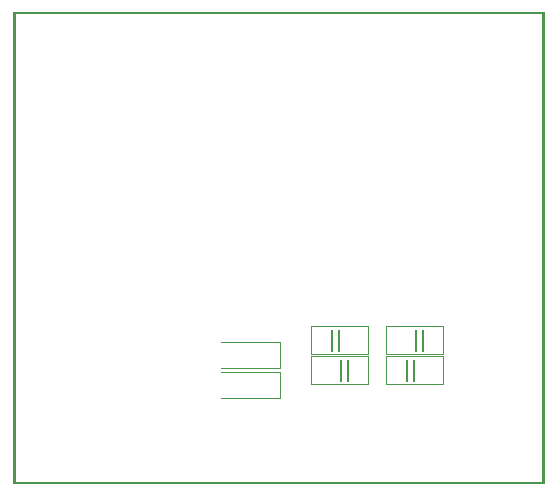
<source format=gbo>
G04 MADE WITH FRITZING*
G04 WWW.FRITZING.ORG*
G04 SINGLE SIDED*
G04 HOLES NOT PLATED*
G04 CONTOUR ON CENTER OF CONTOUR VECTOR*
%ASAXBY*%
%FSLAX23Y23*%
%MOIN*%
%OFA0B0*%
%SFA1.0B1.0*%
%ADD10R,0.007611X0.078250*%
%ADD11R,0.007625X0.078250*%
%ADD12R,0.001000X0.001000*%
%LNSILK0*%
G90*
G70*
G54D10*
X1312Y379D03*
G54D11*
X1335Y379D03*
G54D10*
X1116Y380D03*
G54D11*
X1093Y380D03*
G54D10*
X1366Y480D03*
G54D11*
X1343Y480D03*
G54D10*
X1062Y479D03*
G54D11*
X1085Y479D03*
G54D12*
X0Y1575D02*
X1770Y1575D01*
X0Y1574D02*
X1770Y1574D01*
X0Y1573D02*
X1770Y1573D01*
X0Y1572D02*
X1770Y1572D01*
X0Y1571D02*
X1770Y1571D01*
X0Y1570D02*
X1770Y1570D01*
X0Y1569D02*
X1770Y1569D01*
X0Y1568D02*
X1770Y1568D01*
X0Y1567D02*
X7Y1567D01*
X1763Y1567D02*
X1770Y1567D01*
X0Y1566D02*
X7Y1566D01*
X1763Y1566D02*
X1770Y1566D01*
X0Y1565D02*
X7Y1565D01*
X1763Y1565D02*
X1770Y1565D01*
X0Y1564D02*
X7Y1564D01*
X1763Y1564D02*
X1770Y1564D01*
X0Y1563D02*
X7Y1563D01*
X1763Y1563D02*
X1770Y1563D01*
X0Y1562D02*
X7Y1562D01*
X1763Y1562D02*
X1770Y1562D01*
X0Y1561D02*
X7Y1561D01*
X1763Y1561D02*
X1770Y1561D01*
X0Y1560D02*
X7Y1560D01*
X1763Y1560D02*
X1770Y1560D01*
X0Y1559D02*
X7Y1559D01*
X1763Y1559D02*
X1770Y1559D01*
X0Y1558D02*
X7Y1558D01*
X1763Y1558D02*
X1770Y1558D01*
X0Y1557D02*
X7Y1557D01*
X1763Y1557D02*
X1770Y1557D01*
X0Y1556D02*
X7Y1556D01*
X1763Y1556D02*
X1770Y1556D01*
X0Y1555D02*
X7Y1555D01*
X1763Y1555D02*
X1770Y1555D01*
X0Y1554D02*
X7Y1554D01*
X1763Y1554D02*
X1770Y1554D01*
X0Y1553D02*
X7Y1553D01*
X1763Y1553D02*
X1770Y1553D01*
X0Y1552D02*
X7Y1552D01*
X1763Y1552D02*
X1770Y1552D01*
X0Y1551D02*
X7Y1551D01*
X1763Y1551D02*
X1770Y1551D01*
X0Y1550D02*
X7Y1550D01*
X1763Y1550D02*
X1770Y1550D01*
X0Y1549D02*
X7Y1549D01*
X1763Y1549D02*
X1770Y1549D01*
X0Y1548D02*
X7Y1548D01*
X1763Y1548D02*
X1770Y1548D01*
X0Y1547D02*
X7Y1547D01*
X1763Y1547D02*
X1770Y1547D01*
X0Y1546D02*
X7Y1546D01*
X1763Y1546D02*
X1770Y1546D01*
X0Y1545D02*
X7Y1545D01*
X1763Y1545D02*
X1770Y1545D01*
X0Y1544D02*
X7Y1544D01*
X1763Y1544D02*
X1770Y1544D01*
X0Y1543D02*
X7Y1543D01*
X1763Y1543D02*
X1770Y1543D01*
X0Y1542D02*
X7Y1542D01*
X1763Y1542D02*
X1770Y1542D01*
X0Y1541D02*
X7Y1541D01*
X1763Y1541D02*
X1770Y1541D01*
X0Y1540D02*
X7Y1540D01*
X1763Y1540D02*
X1770Y1540D01*
X0Y1539D02*
X7Y1539D01*
X1763Y1539D02*
X1770Y1539D01*
X0Y1538D02*
X7Y1538D01*
X1763Y1538D02*
X1770Y1538D01*
X0Y1537D02*
X7Y1537D01*
X1763Y1537D02*
X1770Y1537D01*
X0Y1536D02*
X7Y1536D01*
X1763Y1536D02*
X1770Y1536D01*
X0Y1535D02*
X7Y1535D01*
X1763Y1535D02*
X1770Y1535D01*
X0Y1534D02*
X7Y1534D01*
X1763Y1534D02*
X1770Y1534D01*
X0Y1533D02*
X7Y1533D01*
X1763Y1533D02*
X1770Y1533D01*
X0Y1532D02*
X7Y1532D01*
X1763Y1532D02*
X1770Y1532D01*
X0Y1531D02*
X7Y1531D01*
X1763Y1531D02*
X1770Y1531D01*
X0Y1530D02*
X7Y1530D01*
X1763Y1530D02*
X1770Y1530D01*
X0Y1529D02*
X7Y1529D01*
X1763Y1529D02*
X1770Y1529D01*
X0Y1528D02*
X7Y1528D01*
X1763Y1528D02*
X1770Y1528D01*
X0Y1527D02*
X7Y1527D01*
X1763Y1527D02*
X1770Y1527D01*
X0Y1526D02*
X7Y1526D01*
X1763Y1526D02*
X1770Y1526D01*
X0Y1525D02*
X7Y1525D01*
X1763Y1525D02*
X1770Y1525D01*
X0Y1524D02*
X7Y1524D01*
X1763Y1524D02*
X1770Y1524D01*
X0Y1523D02*
X7Y1523D01*
X1763Y1523D02*
X1770Y1523D01*
X0Y1522D02*
X7Y1522D01*
X1763Y1522D02*
X1770Y1522D01*
X0Y1521D02*
X7Y1521D01*
X1763Y1521D02*
X1770Y1521D01*
X0Y1520D02*
X7Y1520D01*
X1763Y1520D02*
X1770Y1520D01*
X0Y1519D02*
X7Y1519D01*
X1763Y1519D02*
X1770Y1519D01*
X0Y1518D02*
X7Y1518D01*
X1763Y1518D02*
X1770Y1518D01*
X0Y1517D02*
X7Y1517D01*
X1763Y1517D02*
X1770Y1517D01*
X0Y1516D02*
X7Y1516D01*
X1763Y1516D02*
X1770Y1516D01*
X0Y1515D02*
X7Y1515D01*
X1763Y1515D02*
X1770Y1515D01*
X0Y1514D02*
X7Y1514D01*
X1763Y1514D02*
X1770Y1514D01*
X0Y1513D02*
X7Y1513D01*
X1763Y1513D02*
X1770Y1513D01*
X0Y1512D02*
X7Y1512D01*
X1763Y1512D02*
X1770Y1512D01*
X0Y1511D02*
X7Y1511D01*
X1763Y1511D02*
X1770Y1511D01*
X0Y1510D02*
X7Y1510D01*
X1763Y1510D02*
X1770Y1510D01*
X0Y1509D02*
X7Y1509D01*
X1763Y1509D02*
X1770Y1509D01*
X0Y1508D02*
X7Y1508D01*
X1763Y1508D02*
X1770Y1508D01*
X0Y1507D02*
X7Y1507D01*
X1763Y1507D02*
X1770Y1507D01*
X0Y1506D02*
X7Y1506D01*
X1763Y1506D02*
X1770Y1506D01*
X0Y1505D02*
X7Y1505D01*
X1763Y1505D02*
X1770Y1505D01*
X0Y1504D02*
X7Y1504D01*
X1763Y1504D02*
X1770Y1504D01*
X0Y1503D02*
X7Y1503D01*
X1763Y1503D02*
X1770Y1503D01*
X0Y1502D02*
X7Y1502D01*
X1763Y1502D02*
X1770Y1502D01*
X0Y1501D02*
X7Y1501D01*
X1763Y1501D02*
X1770Y1501D01*
X0Y1500D02*
X7Y1500D01*
X1763Y1500D02*
X1770Y1500D01*
X0Y1499D02*
X7Y1499D01*
X1763Y1499D02*
X1770Y1499D01*
X0Y1498D02*
X7Y1498D01*
X1763Y1498D02*
X1770Y1498D01*
X0Y1497D02*
X7Y1497D01*
X1763Y1497D02*
X1770Y1497D01*
X0Y1496D02*
X7Y1496D01*
X1763Y1496D02*
X1770Y1496D01*
X0Y1495D02*
X7Y1495D01*
X1763Y1495D02*
X1770Y1495D01*
X0Y1494D02*
X7Y1494D01*
X1763Y1494D02*
X1770Y1494D01*
X0Y1493D02*
X7Y1493D01*
X1763Y1493D02*
X1770Y1493D01*
X0Y1492D02*
X7Y1492D01*
X1763Y1492D02*
X1770Y1492D01*
X0Y1491D02*
X7Y1491D01*
X1763Y1491D02*
X1770Y1491D01*
X0Y1490D02*
X7Y1490D01*
X1763Y1490D02*
X1770Y1490D01*
X0Y1489D02*
X7Y1489D01*
X1763Y1489D02*
X1770Y1489D01*
X0Y1488D02*
X7Y1488D01*
X1763Y1488D02*
X1770Y1488D01*
X0Y1487D02*
X7Y1487D01*
X1763Y1487D02*
X1770Y1487D01*
X0Y1486D02*
X7Y1486D01*
X1763Y1486D02*
X1770Y1486D01*
X0Y1485D02*
X7Y1485D01*
X1763Y1485D02*
X1770Y1485D01*
X0Y1484D02*
X7Y1484D01*
X1763Y1484D02*
X1770Y1484D01*
X0Y1483D02*
X7Y1483D01*
X1763Y1483D02*
X1770Y1483D01*
X0Y1482D02*
X7Y1482D01*
X1763Y1482D02*
X1770Y1482D01*
X0Y1481D02*
X7Y1481D01*
X1763Y1481D02*
X1770Y1481D01*
X0Y1480D02*
X7Y1480D01*
X1763Y1480D02*
X1770Y1480D01*
X0Y1479D02*
X7Y1479D01*
X1763Y1479D02*
X1770Y1479D01*
X0Y1478D02*
X7Y1478D01*
X1763Y1478D02*
X1770Y1478D01*
X0Y1477D02*
X7Y1477D01*
X1763Y1477D02*
X1770Y1477D01*
X0Y1476D02*
X7Y1476D01*
X1763Y1476D02*
X1770Y1476D01*
X0Y1475D02*
X7Y1475D01*
X1763Y1475D02*
X1770Y1475D01*
X0Y1474D02*
X7Y1474D01*
X1763Y1474D02*
X1770Y1474D01*
X0Y1473D02*
X7Y1473D01*
X1763Y1473D02*
X1770Y1473D01*
X0Y1472D02*
X7Y1472D01*
X1763Y1472D02*
X1770Y1472D01*
X0Y1471D02*
X7Y1471D01*
X1763Y1471D02*
X1770Y1471D01*
X0Y1470D02*
X7Y1470D01*
X1763Y1470D02*
X1770Y1470D01*
X0Y1469D02*
X7Y1469D01*
X1763Y1469D02*
X1770Y1469D01*
X0Y1468D02*
X7Y1468D01*
X1763Y1468D02*
X1770Y1468D01*
X0Y1467D02*
X7Y1467D01*
X1763Y1467D02*
X1770Y1467D01*
X0Y1466D02*
X7Y1466D01*
X1763Y1466D02*
X1770Y1466D01*
X0Y1465D02*
X7Y1465D01*
X1763Y1465D02*
X1770Y1465D01*
X0Y1464D02*
X7Y1464D01*
X1763Y1464D02*
X1770Y1464D01*
X0Y1463D02*
X7Y1463D01*
X1763Y1463D02*
X1770Y1463D01*
X0Y1462D02*
X7Y1462D01*
X1763Y1462D02*
X1770Y1462D01*
X0Y1461D02*
X7Y1461D01*
X1763Y1461D02*
X1770Y1461D01*
X0Y1460D02*
X7Y1460D01*
X1763Y1460D02*
X1770Y1460D01*
X0Y1459D02*
X7Y1459D01*
X1763Y1459D02*
X1770Y1459D01*
X0Y1458D02*
X7Y1458D01*
X1763Y1458D02*
X1770Y1458D01*
X0Y1457D02*
X7Y1457D01*
X1763Y1457D02*
X1770Y1457D01*
X0Y1456D02*
X7Y1456D01*
X1763Y1456D02*
X1770Y1456D01*
X0Y1455D02*
X7Y1455D01*
X1763Y1455D02*
X1770Y1455D01*
X0Y1454D02*
X7Y1454D01*
X1763Y1454D02*
X1770Y1454D01*
X0Y1453D02*
X7Y1453D01*
X1763Y1453D02*
X1770Y1453D01*
X0Y1452D02*
X7Y1452D01*
X1763Y1452D02*
X1770Y1452D01*
X0Y1451D02*
X7Y1451D01*
X1763Y1451D02*
X1770Y1451D01*
X0Y1450D02*
X7Y1450D01*
X1763Y1450D02*
X1770Y1450D01*
X0Y1449D02*
X7Y1449D01*
X1763Y1449D02*
X1770Y1449D01*
X0Y1448D02*
X7Y1448D01*
X1763Y1448D02*
X1770Y1448D01*
X0Y1447D02*
X7Y1447D01*
X1763Y1447D02*
X1770Y1447D01*
X0Y1446D02*
X7Y1446D01*
X1763Y1446D02*
X1770Y1446D01*
X0Y1445D02*
X7Y1445D01*
X1763Y1445D02*
X1770Y1445D01*
X0Y1444D02*
X7Y1444D01*
X1763Y1444D02*
X1770Y1444D01*
X0Y1443D02*
X7Y1443D01*
X1763Y1443D02*
X1770Y1443D01*
X0Y1442D02*
X7Y1442D01*
X1763Y1442D02*
X1770Y1442D01*
X0Y1441D02*
X7Y1441D01*
X1763Y1441D02*
X1770Y1441D01*
X0Y1440D02*
X7Y1440D01*
X1763Y1440D02*
X1770Y1440D01*
X0Y1439D02*
X7Y1439D01*
X1763Y1439D02*
X1770Y1439D01*
X0Y1438D02*
X7Y1438D01*
X1763Y1438D02*
X1770Y1438D01*
X0Y1437D02*
X7Y1437D01*
X1763Y1437D02*
X1770Y1437D01*
X0Y1436D02*
X7Y1436D01*
X1763Y1436D02*
X1770Y1436D01*
X0Y1435D02*
X7Y1435D01*
X1763Y1435D02*
X1770Y1435D01*
X0Y1434D02*
X7Y1434D01*
X1763Y1434D02*
X1770Y1434D01*
X0Y1433D02*
X7Y1433D01*
X1763Y1433D02*
X1770Y1433D01*
X0Y1432D02*
X7Y1432D01*
X1763Y1432D02*
X1770Y1432D01*
X0Y1431D02*
X7Y1431D01*
X1763Y1431D02*
X1770Y1431D01*
X0Y1430D02*
X7Y1430D01*
X1763Y1430D02*
X1770Y1430D01*
X0Y1429D02*
X7Y1429D01*
X1763Y1429D02*
X1770Y1429D01*
X0Y1428D02*
X7Y1428D01*
X1763Y1428D02*
X1770Y1428D01*
X0Y1427D02*
X7Y1427D01*
X1763Y1427D02*
X1770Y1427D01*
X0Y1426D02*
X7Y1426D01*
X1763Y1426D02*
X1770Y1426D01*
X0Y1425D02*
X7Y1425D01*
X1763Y1425D02*
X1770Y1425D01*
X0Y1424D02*
X7Y1424D01*
X1763Y1424D02*
X1770Y1424D01*
X0Y1423D02*
X7Y1423D01*
X1763Y1423D02*
X1770Y1423D01*
X0Y1422D02*
X7Y1422D01*
X1763Y1422D02*
X1770Y1422D01*
X0Y1421D02*
X7Y1421D01*
X1763Y1421D02*
X1770Y1421D01*
X0Y1420D02*
X7Y1420D01*
X1763Y1420D02*
X1770Y1420D01*
X0Y1419D02*
X7Y1419D01*
X1763Y1419D02*
X1770Y1419D01*
X0Y1418D02*
X7Y1418D01*
X1763Y1418D02*
X1770Y1418D01*
X0Y1417D02*
X7Y1417D01*
X1763Y1417D02*
X1770Y1417D01*
X0Y1416D02*
X7Y1416D01*
X1763Y1416D02*
X1770Y1416D01*
X0Y1415D02*
X7Y1415D01*
X1763Y1415D02*
X1770Y1415D01*
X0Y1414D02*
X7Y1414D01*
X1763Y1414D02*
X1770Y1414D01*
X0Y1413D02*
X7Y1413D01*
X1763Y1413D02*
X1770Y1413D01*
X0Y1412D02*
X7Y1412D01*
X1763Y1412D02*
X1770Y1412D01*
X0Y1411D02*
X7Y1411D01*
X1763Y1411D02*
X1770Y1411D01*
X0Y1410D02*
X7Y1410D01*
X1763Y1410D02*
X1770Y1410D01*
X0Y1409D02*
X7Y1409D01*
X1763Y1409D02*
X1770Y1409D01*
X0Y1408D02*
X7Y1408D01*
X1763Y1408D02*
X1770Y1408D01*
X0Y1407D02*
X7Y1407D01*
X1763Y1407D02*
X1770Y1407D01*
X0Y1406D02*
X7Y1406D01*
X1763Y1406D02*
X1770Y1406D01*
X0Y1405D02*
X7Y1405D01*
X1763Y1405D02*
X1770Y1405D01*
X0Y1404D02*
X7Y1404D01*
X1763Y1404D02*
X1770Y1404D01*
X0Y1403D02*
X7Y1403D01*
X1763Y1403D02*
X1770Y1403D01*
X0Y1402D02*
X7Y1402D01*
X1763Y1402D02*
X1770Y1402D01*
X0Y1401D02*
X7Y1401D01*
X1763Y1401D02*
X1770Y1401D01*
X0Y1400D02*
X7Y1400D01*
X1763Y1400D02*
X1770Y1400D01*
X0Y1399D02*
X7Y1399D01*
X1763Y1399D02*
X1770Y1399D01*
X0Y1398D02*
X7Y1398D01*
X1763Y1398D02*
X1770Y1398D01*
X0Y1397D02*
X7Y1397D01*
X1763Y1397D02*
X1770Y1397D01*
X0Y1396D02*
X7Y1396D01*
X1763Y1396D02*
X1770Y1396D01*
X0Y1395D02*
X7Y1395D01*
X1763Y1395D02*
X1770Y1395D01*
X0Y1394D02*
X7Y1394D01*
X1763Y1394D02*
X1770Y1394D01*
X0Y1393D02*
X7Y1393D01*
X1763Y1393D02*
X1770Y1393D01*
X0Y1392D02*
X7Y1392D01*
X1763Y1392D02*
X1770Y1392D01*
X0Y1391D02*
X7Y1391D01*
X1763Y1391D02*
X1770Y1391D01*
X0Y1390D02*
X7Y1390D01*
X1763Y1390D02*
X1770Y1390D01*
X0Y1389D02*
X7Y1389D01*
X1763Y1389D02*
X1770Y1389D01*
X0Y1388D02*
X7Y1388D01*
X1763Y1388D02*
X1770Y1388D01*
X0Y1387D02*
X7Y1387D01*
X1763Y1387D02*
X1770Y1387D01*
X0Y1386D02*
X7Y1386D01*
X1763Y1386D02*
X1770Y1386D01*
X0Y1385D02*
X7Y1385D01*
X1763Y1385D02*
X1770Y1385D01*
X0Y1384D02*
X7Y1384D01*
X1763Y1384D02*
X1770Y1384D01*
X0Y1383D02*
X7Y1383D01*
X1763Y1383D02*
X1770Y1383D01*
X0Y1382D02*
X7Y1382D01*
X1763Y1382D02*
X1770Y1382D01*
X0Y1381D02*
X7Y1381D01*
X1763Y1381D02*
X1770Y1381D01*
X0Y1380D02*
X7Y1380D01*
X1763Y1380D02*
X1770Y1380D01*
X0Y1379D02*
X7Y1379D01*
X1763Y1379D02*
X1770Y1379D01*
X0Y1378D02*
X7Y1378D01*
X1763Y1378D02*
X1770Y1378D01*
X0Y1377D02*
X7Y1377D01*
X1763Y1377D02*
X1770Y1377D01*
X0Y1376D02*
X7Y1376D01*
X1763Y1376D02*
X1770Y1376D01*
X0Y1375D02*
X7Y1375D01*
X1763Y1375D02*
X1770Y1375D01*
X0Y1374D02*
X7Y1374D01*
X1763Y1374D02*
X1770Y1374D01*
X0Y1373D02*
X7Y1373D01*
X1763Y1373D02*
X1770Y1373D01*
X0Y1372D02*
X7Y1372D01*
X1763Y1372D02*
X1770Y1372D01*
X0Y1371D02*
X7Y1371D01*
X1763Y1371D02*
X1770Y1371D01*
X0Y1370D02*
X7Y1370D01*
X1763Y1370D02*
X1770Y1370D01*
X0Y1369D02*
X7Y1369D01*
X1763Y1369D02*
X1770Y1369D01*
X0Y1368D02*
X7Y1368D01*
X1763Y1368D02*
X1770Y1368D01*
X0Y1367D02*
X7Y1367D01*
X1763Y1367D02*
X1770Y1367D01*
X0Y1366D02*
X7Y1366D01*
X1763Y1366D02*
X1770Y1366D01*
X0Y1365D02*
X7Y1365D01*
X1763Y1365D02*
X1770Y1365D01*
X0Y1364D02*
X7Y1364D01*
X1763Y1364D02*
X1770Y1364D01*
X0Y1363D02*
X7Y1363D01*
X1763Y1363D02*
X1770Y1363D01*
X0Y1362D02*
X7Y1362D01*
X1763Y1362D02*
X1770Y1362D01*
X0Y1361D02*
X7Y1361D01*
X1763Y1361D02*
X1770Y1361D01*
X0Y1360D02*
X7Y1360D01*
X1763Y1360D02*
X1770Y1360D01*
X0Y1359D02*
X7Y1359D01*
X1763Y1359D02*
X1770Y1359D01*
X0Y1358D02*
X7Y1358D01*
X1763Y1358D02*
X1770Y1358D01*
X0Y1357D02*
X7Y1357D01*
X1763Y1357D02*
X1770Y1357D01*
X0Y1356D02*
X7Y1356D01*
X1763Y1356D02*
X1770Y1356D01*
X0Y1355D02*
X7Y1355D01*
X1763Y1355D02*
X1770Y1355D01*
X0Y1354D02*
X7Y1354D01*
X1763Y1354D02*
X1770Y1354D01*
X0Y1353D02*
X7Y1353D01*
X1763Y1353D02*
X1770Y1353D01*
X0Y1352D02*
X7Y1352D01*
X1763Y1352D02*
X1770Y1352D01*
X0Y1351D02*
X7Y1351D01*
X1763Y1351D02*
X1770Y1351D01*
X0Y1350D02*
X7Y1350D01*
X1763Y1350D02*
X1770Y1350D01*
X0Y1349D02*
X7Y1349D01*
X1763Y1349D02*
X1770Y1349D01*
X0Y1348D02*
X7Y1348D01*
X1763Y1348D02*
X1770Y1348D01*
X0Y1347D02*
X7Y1347D01*
X1763Y1347D02*
X1770Y1347D01*
X0Y1346D02*
X7Y1346D01*
X1763Y1346D02*
X1770Y1346D01*
X0Y1345D02*
X7Y1345D01*
X1763Y1345D02*
X1770Y1345D01*
X0Y1344D02*
X7Y1344D01*
X1763Y1344D02*
X1770Y1344D01*
X0Y1343D02*
X7Y1343D01*
X1763Y1343D02*
X1770Y1343D01*
X0Y1342D02*
X7Y1342D01*
X1763Y1342D02*
X1770Y1342D01*
X0Y1341D02*
X7Y1341D01*
X1763Y1341D02*
X1770Y1341D01*
X0Y1340D02*
X7Y1340D01*
X1763Y1340D02*
X1770Y1340D01*
X0Y1339D02*
X7Y1339D01*
X1763Y1339D02*
X1770Y1339D01*
X0Y1338D02*
X7Y1338D01*
X1763Y1338D02*
X1770Y1338D01*
X0Y1337D02*
X7Y1337D01*
X1763Y1337D02*
X1770Y1337D01*
X0Y1336D02*
X7Y1336D01*
X1763Y1336D02*
X1770Y1336D01*
X0Y1335D02*
X7Y1335D01*
X1763Y1335D02*
X1770Y1335D01*
X0Y1334D02*
X7Y1334D01*
X1763Y1334D02*
X1770Y1334D01*
X0Y1333D02*
X7Y1333D01*
X1763Y1333D02*
X1770Y1333D01*
X0Y1332D02*
X7Y1332D01*
X1763Y1332D02*
X1770Y1332D01*
X0Y1331D02*
X7Y1331D01*
X1763Y1331D02*
X1770Y1331D01*
X0Y1330D02*
X7Y1330D01*
X1763Y1330D02*
X1770Y1330D01*
X0Y1329D02*
X7Y1329D01*
X1763Y1329D02*
X1770Y1329D01*
X0Y1328D02*
X7Y1328D01*
X1763Y1328D02*
X1770Y1328D01*
X0Y1327D02*
X7Y1327D01*
X1763Y1327D02*
X1770Y1327D01*
X0Y1326D02*
X7Y1326D01*
X1763Y1326D02*
X1770Y1326D01*
X0Y1325D02*
X7Y1325D01*
X1763Y1325D02*
X1770Y1325D01*
X0Y1324D02*
X7Y1324D01*
X1763Y1324D02*
X1770Y1324D01*
X0Y1323D02*
X7Y1323D01*
X1763Y1323D02*
X1770Y1323D01*
X0Y1322D02*
X7Y1322D01*
X1763Y1322D02*
X1770Y1322D01*
X0Y1321D02*
X7Y1321D01*
X1763Y1321D02*
X1770Y1321D01*
X0Y1320D02*
X7Y1320D01*
X1763Y1320D02*
X1770Y1320D01*
X0Y1319D02*
X7Y1319D01*
X1763Y1319D02*
X1770Y1319D01*
X0Y1318D02*
X7Y1318D01*
X1763Y1318D02*
X1770Y1318D01*
X0Y1317D02*
X7Y1317D01*
X1763Y1317D02*
X1770Y1317D01*
X0Y1316D02*
X7Y1316D01*
X1763Y1316D02*
X1770Y1316D01*
X0Y1315D02*
X7Y1315D01*
X1763Y1315D02*
X1770Y1315D01*
X0Y1314D02*
X7Y1314D01*
X1763Y1314D02*
X1770Y1314D01*
X0Y1313D02*
X7Y1313D01*
X1763Y1313D02*
X1770Y1313D01*
X0Y1312D02*
X7Y1312D01*
X1763Y1312D02*
X1770Y1312D01*
X0Y1311D02*
X7Y1311D01*
X1763Y1311D02*
X1770Y1311D01*
X0Y1310D02*
X7Y1310D01*
X1763Y1310D02*
X1770Y1310D01*
X0Y1309D02*
X7Y1309D01*
X1763Y1309D02*
X1770Y1309D01*
X0Y1308D02*
X7Y1308D01*
X1763Y1308D02*
X1770Y1308D01*
X0Y1307D02*
X7Y1307D01*
X1763Y1307D02*
X1770Y1307D01*
X0Y1306D02*
X7Y1306D01*
X1763Y1306D02*
X1770Y1306D01*
X0Y1305D02*
X7Y1305D01*
X1763Y1305D02*
X1770Y1305D01*
X0Y1304D02*
X7Y1304D01*
X1763Y1304D02*
X1770Y1304D01*
X0Y1303D02*
X7Y1303D01*
X1763Y1303D02*
X1770Y1303D01*
X0Y1302D02*
X7Y1302D01*
X1763Y1302D02*
X1770Y1302D01*
X0Y1301D02*
X7Y1301D01*
X1763Y1301D02*
X1770Y1301D01*
X0Y1300D02*
X7Y1300D01*
X1763Y1300D02*
X1770Y1300D01*
X0Y1299D02*
X7Y1299D01*
X1763Y1299D02*
X1770Y1299D01*
X0Y1298D02*
X7Y1298D01*
X1763Y1298D02*
X1770Y1298D01*
X0Y1297D02*
X7Y1297D01*
X1763Y1297D02*
X1770Y1297D01*
X0Y1296D02*
X7Y1296D01*
X1763Y1296D02*
X1770Y1296D01*
X0Y1295D02*
X7Y1295D01*
X1763Y1295D02*
X1770Y1295D01*
X0Y1294D02*
X7Y1294D01*
X1763Y1294D02*
X1770Y1294D01*
X0Y1293D02*
X7Y1293D01*
X1763Y1293D02*
X1770Y1293D01*
X0Y1292D02*
X7Y1292D01*
X1763Y1292D02*
X1770Y1292D01*
X0Y1291D02*
X7Y1291D01*
X1763Y1291D02*
X1770Y1291D01*
X0Y1290D02*
X7Y1290D01*
X1763Y1290D02*
X1770Y1290D01*
X0Y1289D02*
X7Y1289D01*
X1763Y1289D02*
X1770Y1289D01*
X0Y1288D02*
X7Y1288D01*
X1763Y1288D02*
X1770Y1288D01*
X0Y1287D02*
X7Y1287D01*
X1763Y1287D02*
X1770Y1287D01*
X0Y1286D02*
X7Y1286D01*
X1763Y1286D02*
X1770Y1286D01*
X0Y1285D02*
X7Y1285D01*
X1763Y1285D02*
X1770Y1285D01*
X0Y1284D02*
X7Y1284D01*
X1763Y1284D02*
X1770Y1284D01*
X0Y1283D02*
X7Y1283D01*
X1763Y1283D02*
X1770Y1283D01*
X0Y1282D02*
X7Y1282D01*
X1763Y1282D02*
X1770Y1282D01*
X0Y1281D02*
X7Y1281D01*
X1763Y1281D02*
X1770Y1281D01*
X0Y1280D02*
X7Y1280D01*
X1763Y1280D02*
X1770Y1280D01*
X0Y1279D02*
X7Y1279D01*
X1763Y1279D02*
X1770Y1279D01*
X0Y1278D02*
X7Y1278D01*
X1763Y1278D02*
X1770Y1278D01*
X0Y1277D02*
X7Y1277D01*
X1763Y1277D02*
X1770Y1277D01*
X0Y1276D02*
X7Y1276D01*
X1763Y1276D02*
X1770Y1276D01*
X0Y1275D02*
X7Y1275D01*
X1763Y1275D02*
X1770Y1275D01*
X0Y1274D02*
X7Y1274D01*
X1763Y1274D02*
X1770Y1274D01*
X0Y1273D02*
X7Y1273D01*
X1763Y1273D02*
X1770Y1273D01*
X0Y1272D02*
X7Y1272D01*
X1763Y1272D02*
X1770Y1272D01*
X0Y1271D02*
X7Y1271D01*
X1763Y1271D02*
X1770Y1271D01*
X0Y1270D02*
X7Y1270D01*
X1763Y1270D02*
X1770Y1270D01*
X0Y1269D02*
X7Y1269D01*
X1763Y1269D02*
X1770Y1269D01*
X0Y1268D02*
X7Y1268D01*
X1763Y1268D02*
X1770Y1268D01*
X0Y1267D02*
X7Y1267D01*
X1763Y1267D02*
X1770Y1267D01*
X0Y1266D02*
X7Y1266D01*
X1763Y1266D02*
X1770Y1266D01*
X0Y1265D02*
X7Y1265D01*
X1763Y1265D02*
X1770Y1265D01*
X0Y1264D02*
X7Y1264D01*
X1763Y1264D02*
X1770Y1264D01*
X0Y1263D02*
X7Y1263D01*
X1763Y1263D02*
X1770Y1263D01*
X0Y1262D02*
X7Y1262D01*
X1763Y1262D02*
X1770Y1262D01*
X0Y1261D02*
X7Y1261D01*
X1763Y1261D02*
X1770Y1261D01*
X0Y1260D02*
X7Y1260D01*
X1763Y1260D02*
X1770Y1260D01*
X0Y1259D02*
X7Y1259D01*
X1763Y1259D02*
X1770Y1259D01*
X0Y1258D02*
X7Y1258D01*
X1763Y1258D02*
X1770Y1258D01*
X0Y1257D02*
X7Y1257D01*
X1763Y1257D02*
X1770Y1257D01*
X0Y1256D02*
X7Y1256D01*
X1763Y1256D02*
X1770Y1256D01*
X0Y1255D02*
X7Y1255D01*
X1763Y1255D02*
X1770Y1255D01*
X0Y1254D02*
X7Y1254D01*
X1763Y1254D02*
X1770Y1254D01*
X0Y1253D02*
X7Y1253D01*
X1763Y1253D02*
X1770Y1253D01*
X0Y1252D02*
X7Y1252D01*
X1763Y1252D02*
X1770Y1252D01*
X0Y1251D02*
X7Y1251D01*
X1763Y1251D02*
X1770Y1251D01*
X0Y1250D02*
X7Y1250D01*
X1763Y1250D02*
X1770Y1250D01*
X0Y1249D02*
X7Y1249D01*
X1763Y1249D02*
X1770Y1249D01*
X0Y1248D02*
X7Y1248D01*
X1763Y1248D02*
X1770Y1248D01*
X0Y1247D02*
X7Y1247D01*
X1763Y1247D02*
X1770Y1247D01*
X0Y1246D02*
X7Y1246D01*
X1763Y1246D02*
X1770Y1246D01*
X0Y1245D02*
X7Y1245D01*
X1763Y1245D02*
X1770Y1245D01*
X0Y1244D02*
X7Y1244D01*
X1763Y1244D02*
X1770Y1244D01*
X0Y1243D02*
X7Y1243D01*
X1763Y1243D02*
X1770Y1243D01*
X0Y1242D02*
X7Y1242D01*
X1763Y1242D02*
X1770Y1242D01*
X0Y1241D02*
X7Y1241D01*
X1763Y1241D02*
X1770Y1241D01*
X0Y1240D02*
X7Y1240D01*
X1763Y1240D02*
X1770Y1240D01*
X0Y1239D02*
X7Y1239D01*
X1763Y1239D02*
X1770Y1239D01*
X0Y1238D02*
X7Y1238D01*
X1763Y1238D02*
X1770Y1238D01*
X0Y1237D02*
X7Y1237D01*
X1763Y1237D02*
X1770Y1237D01*
X0Y1236D02*
X7Y1236D01*
X1763Y1236D02*
X1770Y1236D01*
X0Y1235D02*
X7Y1235D01*
X1763Y1235D02*
X1770Y1235D01*
X0Y1234D02*
X7Y1234D01*
X1763Y1234D02*
X1770Y1234D01*
X0Y1233D02*
X7Y1233D01*
X1763Y1233D02*
X1770Y1233D01*
X0Y1232D02*
X7Y1232D01*
X1763Y1232D02*
X1770Y1232D01*
X0Y1231D02*
X7Y1231D01*
X1763Y1231D02*
X1770Y1231D01*
X0Y1230D02*
X7Y1230D01*
X1763Y1230D02*
X1770Y1230D01*
X0Y1229D02*
X7Y1229D01*
X1763Y1229D02*
X1770Y1229D01*
X0Y1228D02*
X7Y1228D01*
X1763Y1228D02*
X1770Y1228D01*
X0Y1227D02*
X7Y1227D01*
X1763Y1227D02*
X1770Y1227D01*
X0Y1226D02*
X7Y1226D01*
X1763Y1226D02*
X1770Y1226D01*
X0Y1225D02*
X7Y1225D01*
X1763Y1225D02*
X1770Y1225D01*
X0Y1224D02*
X7Y1224D01*
X1763Y1224D02*
X1770Y1224D01*
X0Y1223D02*
X7Y1223D01*
X1763Y1223D02*
X1770Y1223D01*
X0Y1222D02*
X7Y1222D01*
X1763Y1222D02*
X1770Y1222D01*
X0Y1221D02*
X7Y1221D01*
X1763Y1221D02*
X1770Y1221D01*
X0Y1220D02*
X7Y1220D01*
X1763Y1220D02*
X1770Y1220D01*
X0Y1219D02*
X7Y1219D01*
X1763Y1219D02*
X1770Y1219D01*
X0Y1218D02*
X7Y1218D01*
X1763Y1218D02*
X1770Y1218D01*
X0Y1217D02*
X7Y1217D01*
X1763Y1217D02*
X1770Y1217D01*
X0Y1216D02*
X7Y1216D01*
X1763Y1216D02*
X1770Y1216D01*
X0Y1215D02*
X7Y1215D01*
X1763Y1215D02*
X1770Y1215D01*
X0Y1214D02*
X7Y1214D01*
X1763Y1214D02*
X1770Y1214D01*
X0Y1213D02*
X7Y1213D01*
X1763Y1213D02*
X1770Y1213D01*
X0Y1212D02*
X7Y1212D01*
X1763Y1212D02*
X1770Y1212D01*
X0Y1211D02*
X7Y1211D01*
X1763Y1211D02*
X1770Y1211D01*
X0Y1210D02*
X7Y1210D01*
X1763Y1210D02*
X1770Y1210D01*
X0Y1209D02*
X7Y1209D01*
X1763Y1209D02*
X1770Y1209D01*
X0Y1208D02*
X7Y1208D01*
X1763Y1208D02*
X1770Y1208D01*
X0Y1207D02*
X7Y1207D01*
X1763Y1207D02*
X1770Y1207D01*
X0Y1206D02*
X7Y1206D01*
X1763Y1206D02*
X1770Y1206D01*
X0Y1205D02*
X7Y1205D01*
X1763Y1205D02*
X1770Y1205D01*
X0Y1204D02*
X7Y1204D01*
X1763Y1204D02*
X1770Y1204D01*
X0Y1203D02*
X7Y1203D01*
X1763Y1203D02*
X1770Y1203D01*
X0Y1202D02*
X7Y1202D01*
X1763Y1202D02*
X1770Y1202D01*
X0Y1201D02*
X7Y1201D01*
X1763Y1201D02*
X1770Y1201D01*
X0Y1200D02*
X7Y1200D01*
X1763Y1200D02*
X1770Y1200D01*
X0Y1199D02*
X7Y1199D01*
X1763Y1199D02*
X1770Y1199D01*
X0Y1198D02*
X7Y1198D01*
X1763Y1198D02*
X1770Y1198D01*
X0Y1197D02*
X7Y1197D01*
X1763Y1197D02*
X1770Y1197D01*
X0Y1196D02*
X7Y1196D01*
X1763Y1196D02*
X1770Y1196D01*
X0Y1195D02*
X7Y1195D01*
X1763Y1195D02*
X1770Y1195D01*
X0Y1194D02*
X7Y1194D01*
X1763Y1194D02*
X1770Y1194D01*
X0Y1193D02*
X7Y1193D01*
X1763Y1193D02*
X1770Y1193D01*
X0Y1192D02*
X7Y1192D01*
X1763Y1192D02*
X1770Y1192D01*
X0Y1191D02*
X7Y1191D01*
X1763Y1191D02*
X1770Y1191D01*
X0Y1190D02*
X7Y1190D01*
X1763Y1190D02*
X1770Y1190D01*
X0Y1189D02*
X7Y1189D01*
X1763Y1189D02*
X1770Y1189D01*
X0Y1188D02*
X7Y1188D01*
X1763Y1188D02*
X1770Y1188D01*
X0Y1187D02*
X7Y1187D01*
X1763Y1187D02*
X1770Y1187D01*
X0Y1186D02*
X7Y1186D01*
X1763Y1186D02*
X1770Y1186D01*
X0Y1185D02*
X7Y1185D01*
X1763Y1185D02*
X1770Y1185D01*
X0Y1184D02*
X7Y1184D01*
X1763Y1184D02*
X1770Y1184D01*
X0Y1183D02*
X7Y1183D01*
X1763Y1183D02*
X1770Y1183D01*
X0Y1182D02*
X7Y1182D01*
X1763Y1182D02*
X1770Y1182D01*
X0Y1181D02*
X7Y1181D01*
X1763Y1181D02*
X1770Y1181D01*
X0Y1180D02*
X7Y1180D01*
X1763Y1180D02*
X1770Y1180D01*
X0Y1179D02*
X7Y1179D01*
X1763Y1179D02*
X1770Y1179D01*
X0Y1178D02*
X7Y1178D01*
X1763Y1178D02*
X1770Y1178D01*
X0Y1177D02*
X7Y1177D01*
X1763Y1177D02*
X1770Y1177D01*
X0Y1176D02*
X7Y1176D01*
X1763Y1176D02*
X1770Y1176D01*
X0Y1175D02*
X7Y1175D01*
X1763Y1175D02*
X1770Y1175D01*
X0Y1174D02*
X7Y1174D01*
X1763Y1174D02*
X1770Y1174D01*
X0Y1173D02*
X7Y1173D01*
X1763Y1173D02*
X1770Y1173D01*
X0Y1172D02*
X7Y1172D01*
X1763Y1172D02*
X1770Y1172D01*
X0Y1171D02*
X7Y1171D01*
X1763Y1171D02*
X1770Y1171D01*
X0Y1170D02*
X7Y1170D01*
X1763Y1170D02*
X1770Y1170D01*
X0Y1169D02*
X7Y1169D01*
X1763Y1169D02*
X1770Y1169D01*
X0Y1168D02*
X7Y1168D01*
X1763Y1168D02*
X1770Y1168D01*
X0Y1167D02*
X7Y1167D01*
X1763Y1167D02*
X1770Y1167D01*
X0Y1166D02*
X7Y1166D01*
X1763Y1166D02*
X1770Y1166D01*
X0Y1165D02*
X7Y1165D01*
X1763Y1165D02*
X1770Y1165D01*
X0Y1164D02*
X7Y1164D01*
X1763Y1164D02*
X1770Y1164D01*
X0Y1163D02*
X7Y1163D01*
X1763Y1163D02*
X1770Y1163D01*
X0Y1162D02*
X7Y1162D01*
X1763Y1162D02*
X1770Y1162D01*
X0Y1161D02*
X7Y1161D01*
X1763Y1161D02*
X1770Y1161D01*
X0Y1160D02*
X7Y1160D01*
X1763Y1160D02*
X1770Y1160D01*
X0Y1159D02*
X7Y1159D01*
X1763Y1159D02*
X1770Y1159D01*
X0Y1158D02*
X7Y1158D01*
X1763Y1158D02*
X1770Y1158D01*
X0Y1157D02*
X7Y1157D01*
X1763Y1157D02*
X1770Y1157D01*
X0Y1156D02*
X7Y1156D01*
X1763Y1156D02*
X1770Y1156D01*
X0Y1155D02*
X7Y1155D01*
X1763Y1155D02*
X1770Y1155D01*
X0Y1154D02*
X7Y1154D01*
X1763Y1154D02*
X1770Y1154D01*
X0Y1153D02*
X7Y1153D01*
X1763Y1153D02*
X1770Y1153D01*
X0Y1152D02*
X7Y1152D01*
X1763Y1152D02*
X1770Y1152D01*
X0Y1151D02*
X7Y1151D01*
X1763Y1151D02*
X1770Y1151D01*
X0Y1150D02*
X7Y1150D01*
X1763Y1150D02*
X1770Y1150D01*
X0Y1149D02*
X7Y1149D01*
X1763Y1149D02*
X1770Y1149D01*
X0Y1148D02*
X7Y1148D01*
X1763Y1148D02*
X1770Y1148D01*
X0Y1147D02*
X7Y1147D01*
X1763Y1147D02*
X1770Y1147D01*
X0Y1146D02*
X7Y1146D01*
X1763Y1146D02*
X1770Y1146D01*
X0Y1145D02*
X7Y1145D01*
X1763Y1145D02*
X1770Y1145D01*
X0Y1144D02*
X7Y1144D01*
X1763Y1144D02*
X1770Y1144D01*
X0Y1143D02*
X7Y1143D01*
X1763Y1143D02*
X1770Y1143D01*
X0Y1142D02*
X7Y1142D01*
X1763Y1142D02*
X1770Y1142D01*
X0Y1141D02*
X7Y1141D01*
X1763Y1141D02*
X1770Y1141D01*
X0Y1140D02*
X7Y1140D01*
X1763Y1140D02*
X1770Y1140D01*
X0Y1139D02*
X7Y1139D01*
X1763Y1139D02*
X1770Y1139D01*
X0Y1138D02*
X7Y1138D01*
X1763Y1138D02*
X1770Y1138D01*
X0Y1137D02*
X7Y1137D01*
X1763Y1137D02*
X1770Y1137D01*
X0Y1136D02*
X7Y1136D01*
X1763Y1136D02*
X1770Y1136D01*
X0Y1135D02*
X7Y1135D01*
X1763Y1135D02*
X1770Y1135D01*
X0Y1134D02*
X7Y1134D01*
X1763Y1134D02*
X1770Y1134D01*
X0Y1133D02*
X7Y1133D01*
X1763Y1133D02*
X1770Y1133D01*
X0Y1132D02*
X7Y1132D01*
X1763Y1132D02*
X1770Y1132D01*
X0Y1131D02*
X7Y1131D01*
X1763Y1131D02*
X1770Y1131D01*
X0Y1130D02*
X7Y1130D01*
X1763Y1130D02*
X1770Y1130D01*
X0Y1129D02*
X7Y1129D01*
X1763Y1129D02*
X1770Y1129D01*
X0Y1128D02*
X7Y1128D01*
X1763Y1128D02*
X1770Y1128D01*
X0Y1127D02*
X7Y1127D01*
X1763Y1127D02*
X1770Y1127D01*
X0Y1126D02*
X7Y1126D01*
X1763Y1126D02*
X1770Y1126D01*
X0Y1125D02*
X7Y1125D01*
X1763Y1125D02*
X1770Y1125D01*
X0Y1124D02*
X7Y1124D01*
X1763Y1124D02*
X1770Y1124D01*
X0Y1123D02*
X7Y1123D01*
X1763Y1123D02*
X1770Y1123D01*
X0Y1122D02*
X7Y1122D01*
X1763Y1122D02*
X1770Y1122D01*
X0Y1121D02*
X7Y1121D01*
X1763Y1121D02*
X1770Y1121D01*
X0Y1120D02*
X7Y1120D01*
X1763Y1120D02*
X1770Y1120D01*
X0Y1119D02*
X7Y1119D01*
X1763Y1119D02*
X1770Y1119D01*
X0Y1118D02*
X7Y1118D01*
X1763Y1118D02*
X1770Y1118D01*
X0Y1117D02*
X7Y1117D01*
X1763Y1117D02*
X1770Y1117D01*
X0Y1116D02*
X7Y1116D01*
X1763Y1116D02*
X1770Y1116D01*
X0Y1115D02*
X7Y1115D01*
X1763Y1115D02*
X1770Y1115D01*
X0Y1114D02*
X7Y1114D01*
X1763Y1114D02*
X1770Y1114D01*
X0Y1113D02*
X7Y1113D01*
X1763Y1113D02*
X1770Y1113D01*
X0Y1112D02*
X7Y1112D01*
X1763Y1112D02*
X1770Y1112D01*
X0Y1111D02*
X7Y1111D01*
X1763Y1111D02*
X1770Y1111D01*
X0Y1110D02*
X7Y1110D01*
X1763Y1110D02*
X1770Y1110D01*
X0Y1109D02*
X7Y1109D01*
X1763Y1109D02*
X1770Y1109D01*
X0Y1108D02*
X7Y1108D01*
X1763Y1108D02*
X1770Y1108D01*
X0Y1107D02*
X7Y1107D01*
X1763Y1107D02*
X1770Y1107D01*
X0Y1106D02*
X7Y1106D01*
X1763Y1106D02*
X1770Y1106D01*
X0Y1105D02*
X7Y1105D01*
X1763Y1105D02*
X1770Y1105D01*
X0Y1104D02*
X7Y1104D01*
X1763Y1104D02*
X1770Y1104D01*
X0Y1103D02*
X7Y1103D01*
X1763Y1103D02*
X1770Y1103D01*
X0Y1102D02*
X7Y1102D01*
X1763Y1102D02*
X1770Y1102D01*
X0Y1101D02*
X7Y1101D01*
X1763Y1101D02*
X1770Y1101D01*
X0Y1100D02*
X7Y1100D01*
X1763Y1100D02*
X1770Y1100D01*
X0Y1099D02*
X7Y1099D01*
X1763Y1099D02*
X1770Y1099D01*
X0Y1098D02*
X7Y1098D01*
X1763Y1098D02*
X1770Y1098D01*
X0Y1097D02*
X7Y1097D01*
X1763Y1097D02*
X1770Y1097D01*
X0Y1096D02*
X7Y1096D01*
X1763Y1096D02*
X1770Y1096D01*
X0Y1095D02*
X7Y1095D01*
X1763Y1095D02*
X1770Y1095D01*
X0Y1094D02*
X7Y1094D01*
X1763Y1094D02*
X1770Y1094D01*
X0Y1093D02*
X7Y1093D01*
X1763Y1093D02*
X1770Y1093D01*
X0Y1092D02*
X7Y1092D01*
X1763Y1092D02*
X1770Y1092D01*
X0Y1091D02*
X7Y1091D01*
X1763Y1091D02*
X1770Y1091D01*
X0Y1090D02*
X7Y1090D01*
X1763Y1090D02*
X1770Y1090D01*
X0Y1089D02*
X7Y1089D01*
X1763Y1089D02*
X1770Y1089D01*
X0Y1088D02*
X7Y1088D01*
X1763Y1088D02*
X1770Y1088D01*
X0Y1087D02*
X7Y1087D01*
X1763Y1087D02*
X1770Y1087D01*
X0Y1086D02*
X7Y1086D01*
X1763Y1086D02*
X1770Y1086D01*
X0Y1085D02*
X7Y1085D01*
X1763Y1085D02*
X1770Y1085D01*
X0Y1084D02*
X7Y1084D01*
X1763Y1084D02*
X1770Y1084D01*
X0Y1083D02*
X7Y1083D01*
X1763Y1083D02*
X1770Y1083D01*
X0Y1082D02*
X7Y1082D01*
X1763Y1082D02*
X1770Y1082D01*
X0Y1081D02*
X7Y1081D01*
X1763Y1081D02*
X1770Y1081D01*
X0Y1080D02*
X7Y1080D01*
X1763Y1080D02*
X1770Y1080D01*
X0Y1079D02*
X7Y1079D01*
X1763Y1079D02*
X1770Y1079D01*
X0Y1078D02*
X7Y1078D01*
X1763Y1078D02*
X1770Y1078D01*
X0Y1077D02*
X7Y1077D01*
X1763Y1077D02*
X1770Y1077D01*
X0Y1076D02*
X7Y1076D01*
X1763Y1076D02*
X1770Y1076D01*
X0Y1075D02*
X7Y1075D01*
X1763Y1075D02*
X1770Y1075D01*
X0Y1074D02*
X7Y1074D01*
X1763Y1074D02*
X1770Y1074D01*
X0Y1073D02*
X7Y1073D01*
X1763Y1073D02*
X1770Y1073D01*
X0Y1072D02*
X7Y1072D01*
X1763Y1072D02*
X1770Y1072D01*
X0Y1071D02*
X7Y1071D01*
X1763Y1071D02*
X1770Y1071D01*
X0Y1070D02*
X7Y1070D01*
X1763Y1070D02*
X1770Y1070D01*
X0Y1069D02*
X7Y1069D01*
X1763Y1069D02*
X1770Y1069D01*
X0Y1068D02*
X7Y1068D01*
X1763Y1068D02*
X1770Y1068D01*
X0Y1067D02*
X7Y1067D01*
X1763Y1067D02*
X1770Y1067D01*
X0Y1066D02*
X7Y1066D01*
X1763Y1066D02*
X1770Y1066D01*
X0Y1065D02*
X7Y1065D01*
X1763Y1065D02*
X1770Y1065D01*
X0Y1064D02*
X7Y1064D01*
X1763Y1064D02*
X1770Y1064D01*
X0Y1063D02*
X7Y1063D01*
X1763Y1063D02*
X1770Y1063D01*
X0Y1062D02*
X7Y1062D01*
X1763Y1062D02*
X1770Y1062D01*
X0Y1061D02*
X7Y1061D01*
X1763Y1061D02*
X1770Y1061D01*
X0Y1060D02*
X7Y1060D01*
X1763Y1060D02*
X1770Y1060D01*
X0Y1059D02*
X7Y1059D01*
X1763Y1059D02*
X1770Y1059D01*
X0Y1058D02*
X7Y1058D01*
X1763Y1058D02*
X1770Y1058D01*
X0Y1057D02*
X7Y1057D01*
X1763Y1057D02*
X1770Y1057D01*
X0Y1056D02*
X7Y1056D01*
X1763Y1056D02*
X1770Y1056D01*
X0Y1055D02*
X7Y1055D01*
X1763Y1055D02*
X1770Y1055D01*
X0Y1054D02*
X7Y1054D01*
X1763Y1054D02*
X1770Y1054D01*
X0Y1053D02*
X7Y1053D01*
X1763Y1053D02*
X1770Y1053D01*
X0Y1052D02*
X7Y1052D01*
X1763Y1052D02*
X1770Y1052D01*
X0Y1051D02*
X7Y1051D01*
X1763Y1051D02*
X1770Y1051D01*
X0Y1050D02*
X7Y1050D01*
X1763Y1050D02*
X1770Y1050D01*
X0Y1049D02*
X7Y1049D01*
X1763Y1049D02*
X1770Y1049D01*
X0Y1048D02*
X7Y1048D01*
X1763Y1048D02*
X1770Y1048D01*
X0Y1047D02*
X7Y1047D01*
X1763Y1047D02*
X1770Y1047D01*
X0Y1046D02*
X7Y1046D01*
X1763Y1046D02*
X1770Y1046D01*
X0Y1045D02*
X7Y1045D01*
X1763Y1045D02*
X1770Y1045D01*
X0Y1044D02*
X7Y1044D01*
X1763Y1044D02*
X1770Y1044D01*
X0Y1043D02*
X7Y1043D01*
X1763Y1043D02*
X1770Y1043D01*
X0Y1042D02*
X7Y1042D01*
X1763Y1042D02*
X1770Y1042D01*
X0Y1041D02*
X7Y1041D01*
X1763Y1041D02*
X1770Y1041D01*
X0Y1040D02*
X7Y1040D01*
X1763Y1040D02*
X1770Y1040D01*
X0Y1039D02*
X7Y1039D01*
X1763Y1039D02*
X1770Y1039D01*
X0Y1038D02*
X7Y1038D01*
X1763Y1038D02*
X1770Y1038D01*
X0Y1037D02*
X7Y1037D01*
X1763Y1037D02*
X1770Y1037D01*
X0Y1036D02*
X7Y1036D01*
X1763Y1036D02*
X1770Y1036D01*
X0Y1035D02*
X7Y1035D01*
X1763Y1035D02*
X1770Y1035D01*
X0Y1034D02*
X7Y1034D01*
X1763Y1034D02*
X1770Y1034D01*
X0Y1033D02*
X7Y1033D01*
X1763Y1033D02*
X1770Y1033D01*
X0Y1032D02*
X7Y1032D01*
X1763Y1032D02*
X1770Y1032D01*
X0Y1031D02*
X7Y1031D01*
X1763Y1031D02*
X1770Y1031D01*
X0Y1030D02*
X7Y1030D01*
X1763Y1030D02*
X1770Y1030D01*
X0Y1029D02*
X7Y1029D01*
X1763Y1029D02*
X1770Y1029D01*
X0Y1028D02*
X7Y1028D01*
X1763Y1028D02*
X1770Y1028D01*
X0Y1027D02*
X7Y1027D01*
X1763Y1027D02*
X1770Y1027D01*
X0Y1026D02*
X7Y1026D01*
X1763Y1026D02*
X1770Y1026D01*
X0Y1025D02*
X7Y1025D01*
X1763Y1025D02*
X1770Y1025D01*
X0Y1024D02*
X7Y1024D01*
X1763Y1024D02*
X1770Y1024D01*
X0Y1023D02*
X7Y1023D01*
X1763Y1023D02*
X1770Y1023D01*
X0Y1022D02*
X7Y1022D01*
X1763Y1022D02*
X1770Y1022D01*
X0Y1021D02*
X7Y1021D01*
X1763Y1021D02*
X1770Y1021D01*
X0Y1020D02*
X7Y1020D01*
X1763Y1020D02*
X1770Y1020D01*
X0Y1019D02*
X7Y1019D01*
X1763Y1019D02*
X1770Y1019D01*
X0Y1018D02*
X7Y1018D01*
X1763Y1018D02*
X1770Y1018D01*
X0Y1017D02*
X7Y1017D01*
X1763Y1017D02*
X1770Y1017D01*
X0Y1016D02*
X7Y1016D01*
X1763Y1016D02*
X1770Y1016D01*
X0Y1015D02*
X7Y1015D01*
X1763Y1015D02*
X1770Y1015D01*
X0Y1014D02*
X7Y1014D01*
X1763Y1014D02*
X1770Y1014D01*
X0Y1013D02*
X7Y1013D01*
X1763Y1013D02*
X1770Y1013D01*
X0Y1012D02*
X7Y1012D01*
X1763Y1012D02*
X1770Y1012D01*
X0Y1011D02*
X7Y1011D01*
X1763Y1011D02*
X1770Y1011D01*
X0Y1010D02*
X7Y1010D01*
X1763Y1010D02*
X1770Y1010D01*
X0Y1009D02*
X7Y1009D01*
X1763Y1009D02*
X1770Y1009D01*
X0Y1008D02*
X7Y1008D01*
X1763Y1008D02*
X1770Y1008D01*
X0Y1007D02*
X7Y1007D01*
X1763Y1007D02*
X1770Y1007D01*
X0Y1006D02*
X7Y1006D01*
X1763Y1006D02*
X1770Y1006D01*
X0Y1005D02*
X7Y1005D01*
X1763Y1005D02*
X1770Y1005D01*
X0Y1004D02*
X7Y1004D01*
X1763Y1004D02*
X1770Y1004D01*
X0Y1003D02*
X7Y1003D01*
X1763Y1003D02*
X1770Y1003D01*
X0Y1002D02*
X7Y1002D01*
X1763Y1002D02*
X1770Y1002D01*
X0Y1001D02*
X7Y1001D01*
X1763Y1001D02*
X1770Y1001D01*
X0Y1000D02*
X7Y1000D01*
X1763Y1000D02*
X1770Y1000D01*
X0Y999D02*
X7Y999D01*
X1763Y999D02*
X1770Y999D01*
X0Y998D02*
X7Y998D01*
X1763Y998D02*
X1770Y998D01*
X0Y997D02*
X7Y997D01*
X1763Y997D02*
X1770Y997D01*
X0Y996D02*
X7Y996D01*
X1763Y996D02*
X1770Y996D01*
X0Y995D02*
X7Y995D01*
X1763Y995D02*
X1770Y995D01*
X0Y994D02*
X7Y994D01*
X1763Y994D02*
X1770Y994D01*
X0Y993D02*
X7Y993D01*
X1763Y993D02*
X1770Y993D01*
X0Y992D02*
X7Y992D01*
X1763Y992D02*
X1770Y992D01*
X0Y991D02*
X7Y991D01*
X1763Y991D02*
X1770Y991D01*
X0Y990D02*
X7Y990D01*
X1763Y990D02*
X1770Y990D01*
X0Y989D02*
X7Y989D01*
X1763Y989D02*
X1770Y989D01*
X0Y988D02*
X7Y988D01*
X1763Y988D02*
X1770Y988D01*
X0Y987D02*
X7Y987D01*
X1763Y987D02*
X1770Y987D01*
X0Y986D02*
X7Y986D01*
X1763Y986D02*
X1770Y986D01*
X0Y985D02*
X7Y985D01*
X1763Y985D02*
X1770Y985D01*
X0Y984D02*
X7Y984D01*
X1763Y984D02*
X1770Y984D01*
X0Y983D02*
X7Y983D01*
X1763Y983D02*
X1770Y983D01*
X0Y982D02*
X7Y982D01*
X1763Y982D02*
X1770Y982D01*
X0Y981D02*
X7Y981D01*
X1763Y981D02*
X1770Y981D01*
X0Y980D02*
X7Y980D01*
X1763Y980D02*
X1770Y980D01*
X0Y979D02*
X7Y979D01*
X1763Y979D02*
X1770Y979D01*
X0Y978D02*
X7Y978D01*
X1763Y978D02*
X1770Y978D01*
X0Y977D02*
X7Y977D01*
X1763Y977D02*
X1770Y977D01*
X0Y976D02*
X7Y976D01*
X1763Y976D02*
X1770Y976D01*
X0Y975D02*
X7Y975D01*
X1763Y975D02*
X1770Y975D01*
X0Y974D02*
X7Y974D01*
X1763Y974D02*
X1770Y974D01*
X0Y973D02*
X7Y973D01*
X1763Y973D02*
X1770Y973D01*
X0Y972D02*
X7Y972D01*
X1763Y972D02*
X1770Y972D01*
X0Y971D02*
X7Y971D01*
X1763Y971D02*
X1770Y971D01*
X0Y970D02*
X7Y970D01*
X1763Y970D02*
X1770Y970D01*
X0Y969D02*
X7Y969D01*
X1763Y969D02*
X1770Y969D01*
X0Y968D02*
X7Y968D01*
X1763Y968D02*
X1770Y968D01*
X0Y967D02*
X7Y967D01*
X1763Y967D02*
X1770Y967D01*
X0Y966D02*
X7Y966D01*
X1763Y966D02*
X1770Y966D01*
X0Y965D02*
X7Y965D01*
X1763Y965D02*
X1770Y965D01*
X0Y964D02*
X7Y964D01*
X1763Y964D02*
X1770Y964D01*
X0Y963D02*
X7Y963D01*
X1763Y963D02*
X1770Y963D01*
X0Y962D02*
X7Y962D01*
X1763Y962D02*
X1770Y962D01*
X0Y961D02*
X7Y961D01*
X1763Y961D02*
X1770Y961D01*
X0Y960D02*
X7Y960D01*
X1763Y960D02*
X1770Y960D01*
X0Y959D02*
X7Y959D01*
X1763Y959D02*
X1770Y959D01*
X0Y958D02*
X7Y958D01*
X1763Y958D02*
X1770Y958D01*
X0Y957D02*
X7Y957D01*
X1763Y957D02*
X1770Y957D01*
X0Y956D02*
X7Y956D01*
X1763Y956D02*
X1770Y956D01*
X0Y955D02*
X7Y955D01*
X1763Y955D02*
X1770Y955D01*
X0Y954D02*
X7Y954D01*
X1763Y954D02*
X1770Y954D01*
X0Y953D02*
X7Y953D01*
X1763Y953D02*
X1770Y953D01*
X0Y952D02*
X7Y952D01*
X1763Y952D02*
X1770Y952D01*
X0Y951D02*
X7Y951D01*
X1763Y951D02*
X1770Y951D01*
X0Y950D02*
X7Y950D01*
X1763Y950D02*
X1770Y950D01*
X0Y949D02*
X7Y949D01*
X1763Y949D02*
X1770Y949D01*
X0Y948D02*
X7Y948D01*
X1763Y948D02*
X1770Y948D01*
X0Y947D02*
X7Y947D01*
X1763Y947D02*
X1770Y947D01*
X0Y946D02*
X7Y946D01*
X1763Y946D02*
X1770Y946D01*
X0Y945D02*
X7Y945D01*
X1763Y945D02*
X1770Y945D01*
X0Y944D02*
X7Y944D01*
X1763Y944D02*
X1770Y944D01*
X0Y943D02*
X7Y943D01*
X1763Y943D02*
X1770Y943D01*
X0Y942D02*
X7Y942D01*
X1763Y942D02*
X1770Y942D01*
X0Y941D02*
X7Y941D01*
X1763Y941D02*
X1770Y941D01*
X0Y940D02*
X7Y940D01*
X1763Y940D02*
X1770Y940D01*
X0Y939D02*
X7Y939D01*
X1763Y939D02*
X1770Y939D01*
X0Y938D02*
X7Y938D01*
X1763Y938D02*
X1770Y938D01*
X0Y937D02*
X7Y937D01*
X1763Y937D02*
X1770Y937D01*
X0Y936D02*
X7Y936D01*
X1763Y936D02*
X1770Y936D01*
X0Y935D02*
X7Y935D01*
X1763Y935D02*
X1770Y935D01*
X0Y934D02*
X7Y934D01*
X1763Y934D02*
X1770Y934D01*
X0Y933D02*
X7Y933D01*
X1763Y933D02*
X1770Y933D01*
X0Y932D02*
X7Y932D01*
X1763Y932D02*
X1770Y932D01*
X0Y931D02*
X7Y931D01*
X1763Y931D02*
X1770Y931D01*
X0Y930D02*
X7Y930D01*
X1763Y930D02*
X1770Y930D01*
X0Y929D02*
X7Y929D01*
X1763Y929D02*
X1770Y929D01*
X0Y928D02*
X7Y928D01*
X1763Y928D02*
X1770Y928D01*
X0Y927D02*
X7Y927D01*
X1763Y927D02*
X1770Y927D01*
X0Y926D02*
X7Y926D01*
X1763Y926D02*
X1770Y926D01*
X0Y925D02*
X7Y925D01*
X1763Y925D02*
X1770Y925D01*
X0Y924D02*
X7Y924D01*
X1763Y924D02*
X1770Y924D01*
X0Y923D02*
X7Y923D01*
X1763Y923D02*
X1770Y923D01*
X0Y922D02*
X7Y922D01*
X1763Y922D02*
X1770Y922D01*
X0Y921D02*
X7Y921D01*
X1763Y921D02*
X1770Y921D01*
X0Y920D02*
X7Y920D01*
X1763Y920D02*
X1770Y920D01*
X0Y919D02*
X7Y919D01*
X1763Y919D02*
X1770Y919D01*
X0Y918D02*
X7Y918D01*
X1763Y918D02*
X1770Y918D01*
X0Y917D02*
X7Y917D01*
X1763Y917D02*
X1770Y917D01*
X0Y916D02*
X7Y916D01*
X1763Y916D02*
X1770Y916D01*
X0Y915D02*
X7Y915D01*
X1763Y915D02*
X1770Y915D01*
X0Y914D02*
X7Y914D01*
X1763Y914D02*
X1770Y914D01*
X0Y913D02*
X7Y913D01*
X1763Y913D02*
X1770Y913D01*
X0Y912D02*
X7Y912D01*
X1763Y912D02*
X1770Y912D01*
X0Y911D02*
X7Y911D01*
X1763Y911D02*
X1770Y911D01*
X0Y910D02*
X7Y910D01*
X1763Y910D02*
X1770Y910D01*
X0Y909D02*
X7Y909D01*
X1763Y909D02*
X1770Y909D01*
X0Y908D02*
X7Y908D01*
X1763Y908D02*
X1770Y908D01*
X0Y907D02*
X7Y907D01*
X1763Y907D02*
X1770Y907D01*
X0Y906D02*
X7Y906D01*
X1763Y906D02*
X1770Y906D01*
X0Y905D02*
X7Y905D01*
X1763Y905D02*
X1770Y905D01*
X0Y904D02*
X7Y904D01*
X1763Y904D02*
X1770Y904D01*
X0Y903D02*
X7Y903D01*
X1763Y903D02*
X1770Y903D01*
X0Y902D02*
X7Y902D01*
X1763Y902D02*
X1770Y902D01*
X0Y901D02*
X7Y901D01*
X1763Y901D02*
X1770Y901D01*
X0Y900D02*
X7Y900D01*
X1763Y900D02*
X1770Y900D01*
X0Y899D02*
X7Y899D01*
X1763Y899D02*
X1770Y899D01*
X0Y898D02*
X7Y898D01*
X1763Y898D02*
X1770Y898D01*
X0Y897D02*
X7Y897D01*
X1763Y897D02*
X1770Y897D01*
X0Y896D02*
X7Y896D01*
X1763Y896D02*
X1770Y896D01*
X0Y895D02*
X7Y895D01*
X1763Y895D02*
X1770Y895D01*
X0Y894D02*
X7Y894D01*
X1763Y894D02*
X1770Y894D01*
X0Y893D02*
X7Y893D01*
X1763Y893D02*
X1770Y893D01*
X0Y892D02*
X7Y892D01*
X1763Y892D02*
X1770Y892D01*
X0Y891D02*
X7Y891D01*
X1763Y891D02*
X1770Y891D01*
X0Y890D02*
X7Y890D01*
X1763Y890D02*
X1770Y890D01*
X0Y889D02*
X7Y889D01*
X1763Y889D02*
X1770Y889D01*
X0Y888D02*
X7Y888D01*
X1763Y888D02*
X1770Y888D01*
X0Y887D02*
X7Y887D01*
X1763Y887D02*
X1770Y887D01*
X0Y886D02*
X7Y886D01*
X1763Y886D02*
X1770Y886D01*
X0Y885D02*
X7Y885D01*
X1763Y885D02*
X1770Y885D01*
X0Y884D02*
X7Y884D01*
X1763Y884D02*
X1770Y884D01*
X0Y883D02*
X7Y883D01*
X1763Y883D02*
X1770Y883D01*
X0Y882D02*
X7Y882D01*
X1763Y882D02*
X1770Y882D01*
X0Y881D02*
X7Y881D01*
X1763Y881D02*
X1770Y881D01*
X0Y880D02*
X7Y880D01*
X1763Y880D02*
X1770Y880D01*
X0Y879D02*
X7Y879D01*
X1763Y879D02*
X1770Y879D01*
X0Y878D02*
X7Y878D01*
X1763Y878D02*
X1770Y878D01*
X0Y877D02*
X7Y877D01*
X1763Y877D02*
X1770Y877D01*
X0Y876D02*
X7Y876D01*
X1763Y876D02*
X1770Y876D01*
X0Y875D02*
X7Y875D01*
X1763Y875D02*
X1770Y875D01*
X0Y874D02*
X7Y874D01*
X1763Y874D02*
X1770Y874D01*
X0Y873D02*
X7Y873D01*
X1763Y873D02*
X1770Y873D01*
X0Y872D02*
X7Y872D01*
X1763Y872D02*
X1770Y872D01*
X0Y871D02*
X7Y871D01*
X1763Y871D02*
X1770Y871D01*
X0Y870D02*
X7Y870D01*
X1763Y870D02*
X1770Y870D01*
X0Y869D02*
X7Y869D01*
X1763Y869D02*
X1770Y869D01*
X0Y868D02*
X7Y868D01*
X1763Y868D02*
X1770Y868D01*
X0Y867D02*
X7Y867D01*
X1763Y867D02*
X1770Y867D01*
X0Y866D02*
X7Y866D01*
X1763Y866D02*
X1770Y866D01*
X0Y865D02*
X7Y865D01*
X1763Y865D02*
X1770Y865D01*
X0Y864D02*
X7Y864D01*
X1763Y864D02*
X1770Y864D01*
X0Y863D02*
X7Y863D01*
X1763Y863D02*
X1770Y863D01*
X0Y862D02*
X7Y862D01*
X1763Y862D02*
X1770Y862D01*
X0Y861D02*
X7Y861D01*
X1763Y861D02*
X1770Y861D01*
X0Y860D02*
X7Y860D01*
X1763Y860D02*
X1770Y860D01*
X0Y859D02*
X7Y859D01*
X1763Y859D02*
X1770Y859D01*
X0Y858D02*
X7Y858D01*
X1763Y858D02*
X1770Y858D01*
X0Y857D02*
X7Y857D01*
X1763Y857D02*
X1770Y857D01*
X0Y856D02*
X7Y856D01*
X1763Y856D02*
X1770Y856D01*
X0Y855D02*
X7Y855D01*
X1763Y855D02*
X1770Y855D01*
X0Y854D02*
X7Y854D01*
X1763Y854D02*
X1770Y854D01*
X0Y853D02*
X7Y853D01*
X1763Y853D02*
X1770Y853D01*
X0Y852D02*
X7Y852D01*
X1763Y852D02*
X1770Y852D01*
X0Y851D02*
X7Y851D01*
X1763Y851D02*
X1770Y851D01*
X0Y850D02*
X7Y850D01*
X1763Y850D02*
X1770Y850D01*
X0Y849D02*
X7Y849D01*
X1763Y849D02*
X1770Y849D01*
X0Y848D02*
X7Y848D01*
X1763Y848D02*
X1770Y848D01*
X0Y847D02*
X7Y847D01*
X1763Y847D02*
X1770Y847D01*
X0Y846D02*
X7Y846D01*
X1763Y846D02*
X1770Y846D01*
X0Y845D02*
X7Y845D01*
X1763Y845D02*
X1770Y845D01*
X0Y844D02*
X7Y844D01*
X1763Y844D02*
X1770Y844D01*
X0Y843D02*
X7Y843D01*
X1763Y843D02*
X1770Y843D01*
X0Y842D02*
X7Y842D01*
X1763Y842D02*
X1770Y842D01*
X0Y841D02*
X7Y841D01*
X1763Y841D02*
X1770Y841D01*
X0Y840D02*
X7Y840D01*
X1763Y840D02*
X1770Y840D01*
X0Y839D02*
X7Y839D01*
X1763Y839D02*
X1770Y839D01*
X0Y838D02*
X7Y838D01*
X1763Y838D02*
X1770Y838D01*
X0Y837D02*
X7Y837D01*
X1763Y837D02*
X1770Y837D01*
X0Y836D02*
X7Y836D01*
X1763Y836D02*
X1770Y836D01*
X0Y835D02*
X7Y835D01*
X1763Y835D02*
X1770Y835D01*
X0Y834D02*
X7Y834D01*
X1763Y834D02*
X1770Y834D01*
X0Y833D02*
X7Y833D01*
X1763Y833D02*
X1770Y833D01*
X0Y832D02*
X7Y832D01*
X1763Y832D02*
X1770Y832D01*
X0Y831D02*
X7Y831D01*
X1763Y831D02*
X1770Y831D01*
X0Y830D02*
X7Y830D01*
X1763Y830D02*
X1770Y830D01*
X0Y829D02*
X7Y829D01*
X1763Y829D02*
X1770Y829D01*
X0Y828D02*
X7Y828D01*
X1763Y828D02*
X1770Y828D01*
X0Y827D02*
X7Y827D01*
X1763Y827D02*
X1770Y827D01*
X0Y826D02*
X7Y826D01*
X1763Y826D02*
X1770Y826D01*
X0Y825D02*
X7Y825D01*
X1763Y825D02*
X1770Y825D01*
X0Y824D02*
X7Y824D01*
X1763Y824D02*
X1770Y824D01*
X0Y823D02*
X7Y823D01*
X1763Y823D02*
X1770Y823D01*
X0Y822D02*
X7Y822D01*
X1763Y822D02*
X1770Y822D01*
X0Y821D02*
X7Y821D01*
X1763Y821D02*
X1770Y821D01*
X0Y820D02*
X7Y820D01*
X1763Y820D02*
X1770Y820D01*
X0Y819D02*
X7Y819D01*
X1763Y819D02*
X1770Y819D01*
X0Y818D02*
X7Y818D01*
X1763Y818D02*
X1770Y818D01*
X0Y817D02*
X7Y817D01*
X1763Y817D02*
X1770Y817D01*
X0Y816D02*
X7Y816D01*
X1763Y816D02*
X1770Y816D01*
X0Y815D02*
X7Y815D01*
X1763Y815D02*
X1770Y815D01*
X0Y814D02*
X7Y814D01*
X1763Y814D02*
X1770Y814D01*
X0Y813D02*
X7Y813D01*
X1763Y813D02*
X1770Y813D01*
X0Y812D02*
X7Y812D01*
X1763Y812D02*
X1770Y812D01*
X0Y811D02*
X7Y811D01*
X1763Y811D02*
X1770Y811D01*
X0Y810D02*
X7Y810D01*
X1763Y810D02*
X1770Y810D01*
X0Y809D02*
X7Y809D01*
X1763Y809D02*
X1770Y809D01*
X0Y808D02*
X7Y808D01*
X1763Y808D02*
X1770Y808D01*
X0Y807D02*
X7Y807D01*
X1763Y807D02*
X1770Y807D01*
X0Y806D02*
X7Y806D01*
X1763Y806D02*
X1770Y806D01*
X0Y805D02*
X7Y805D01*
X1763Y805D02*
X1770Y805D01*
X0Y804D02*
X7Y804D01*
X1763Y804D02*
X1770Y804D01*
X0Y803D02*
X7Y803D01*
X1763Y803D02*
X1770Y803D01*
X0Y802D02*
X7Y802D01*
X1763Y802D02*
X1770Y802D01*
X0Y801D02*
X7Y801D01*
X1763Y801D02*
X1770Y801D01*
X0Y800D02*
X7Y800D01*
X1763Y800D02*
X1770Y800D01*
X0Y799D02*
X7Y799D01*
X1763Y799D02*
X1770Y799D01*
X0Y798D02*
X7Y798D01*
X1763Y798D02*
X1770Y798D01*
X0Y797D02*
X7Y797D01*
X1763Y797D02*
X1770Y797D01*
X0Y796D02*
X7Y796D01*
X1763Y796D02*
X1770Y796D01*
X0Y795D02*
X7Y795D01*
X1763Y795D02*
X1770Y795D01*
X0Y794D02*
X7Y794D01*
X1763Y794D02*
X1770Y794D01*
X0Y793D02*
X7Y793D01*
X1763Y793D02*
X1770Y793D01*
X0Y792D02*
X7Y792D01*
X1763Y792D02*
X1770Y792D01*
X0Y791D02*
X7Y791D01*
X1763Y791D02*
X1770Y791D01*
X0Y790D02*
X7Y790D01*
X1763Y790D02*
X1770Y790D01*
X0Y789D02*
X7Y789D01*
X1763Y789D02*
X1770Y789D01*
X0Y788D02*
X7Y788D01*
X1763Y788D02*
X1770Y788D01*
X0Y787D02*
X7Y787D01*
X1763Y787D02*
X1770Y787D01*
X0Y786D02*
X7Y786D01*
X1763Y786D02*
X1770Y786D01*
X0Y785D02*
X7Y785D01*
X1763Y785D02*
X1770Y785D01*
X0Y784D02*
X7Y784D01*
X1763Y784D02*
X1770Y784D01*
X0Y783D02*
X7Y783D01*
X1763Y783D02*
X1770Y783D01*
X0Y782D02*
X7Y782D01*
X1763Y782D02*
X1770Y782D01*
X0Y781D02*
X7Y781D01*
X1763Y781D02*
X1770Y781D01*
X0Y780D02*
X7Y780D01*
X1763Y780D02*
X1770Y780D01*
X0Y779D02*
X7Y779D01*
X1763Y779D02*
X1770Y779D01*
X0Y778D02*
X7Y778D01*
X1763Y778D02*
X1770Y778D01*
X0Y777D02*
X7Y777D01*
X1763Y777D02*
X1770Y777D01*
X0Y776D02*
X7Y776D01*
X1763Y776D02*
X1770Y776D01*
X0Y775D02*
X7Y775D01*
X1763Y775D02*
X1770Y775D01*
X0Y774D02*
X7Y774D01*
X1763Y774D02*
X1770Y774D01*
X0Y773D02*
X7Y773D01*
X1763Y773D02*
X1770Y773D01*
X0Y772D02*
X7Y772D01*
X1763Y772D02*
X1770Y772D01*
X0Y771D02*
X7Y771D01*
X1763Y771D02*
X1770Y771D01*
X0Y770D02*
X7Y770D01*
X1763Y770D02*
X1770Y770D01*
X0Y769D02*
X7Y769D01*
X1763Y769D02*
X1770Y769D01*
X0Y768D02*
X7Y768D01*
X1763Y768D02*
X1770Y768D01*
X0Y767D02*
X7Y767D01*
X1763Y767D02*
X1770Y767D01*
X0Y766D02*
X7Y766D01*
X1763Y766D02*
X1770Y766D01*
X0Y765D02*
X7Y765D01*
X1763Y765D02*
X1770Y765D01*
X0Y764D02*
X7Y764D01*
X1763Y764D02*
X1770Y764D01*
X0Y763D02*
X7Y763D01*
X1763Y763D02*
X1770Y763D01*
X0Y762D02*
X7Y762D01*
X1763Y762D02*
X1770Y762D01*
X0Y761D02*
X7Y761D01*
X1763Y761D02*
X1770Y761D01*
X0Y760D02*
X7Y760D01*
X1763Y760D02*
X1770Y760D01*
X0Y759D02*
X7Y759D01*
X1763Y759D02*
X1770Y759D01*
X0Y758D02*
X7Y758D01*
X1763Y758D02*
X1770Y758D01*
X0Y757D02*
X7Y757D01*
X1763Y757D02*
X1770Y757D01*
X0Y756D02*
X7Y756D01*
X1763Y756D02*
X1770Y756D01*
X0Y755D02*
X7Y755D01*
X1763Y755D02*
X1770Y755D01*
X0Y754D02*
X7Y754D01*
X1763Y754D02*
X1770Y754D01*
X0Y753D02*
X7Y753D01*
X1763Y753D02*
X1770Y753D01*
X0Y752D02*
X7Y752D01*
X1763Y752D02*
X1770Y752D01*
X0Y751D02*
X7Y751D01*
X1763Y751D02*
X1770Y751D01*
X0Y750D02*
X7Y750D01*
X1763Y750D02*
X1770Y750D01*
X0Y749D02*
X7Y749D01*
X1763Y749D02*
X1770Y749D01*
X0Y748D02*
X7Y748D01*
X1763Y748D02*
X1770Y748D01*
X0Y747D02*
X7Y747D01*
X1763Y747D02*
X1770Y747D01*
X0Y746D02*
X7Y746D01*
X1763Y746D02*
X1770Y746D01*
X0Y745D02*
X7Y745D01*
X1763Y745D02*
X1770Y745D01*
X0Y744D02*
X7Y744D01*
X1763Y744D02*
X1770Y744D01*
X0Y743D02*
X7Y743D01*
X1763Y743D02*
X1770Y743D01*
X0Y742D02*
X7Y742D01*
X1763Y742D02*
X1770Y742D01*
X0Y741D02*
X7Y741D01*
X1763Y741D02*
X1770Y741D01*
X0Y740D02*
X7Y740D01*
X1763Y740D02*
X1770Y740D01*
X0Y739D02*
X7Y739D01*
X1763Y739D02*
X1770Y739D01*
X0Y738D02*
X7Y738D01*
X1763Y738D02*
X1770Y738D01*
X0Y737D02*
X7Y737D01*
X1763Y737D02*
X1770Y737D01*
X0Y736D02*
X7Y736D01*
X1763Y736D02*
X1770Y736D01*
X0Y735D02*
X7Y735D01*
X1763Y735D02*
X1770Y735D01*
X0Y734D02*
X7Y734D01*
X1763Y734D02*
X1770Y734D01*
X0Y733D02*
X7Y733D01*
X1763Y733D02*
X1770Y733D01*
X0Y732D02*
X7Y732D01*
X1763Y732D02*
X1770Y732D01*
X0Y731D02*
X7Y731D01*
X1763Y731D02*
X1770Y731D01*
X0Y730D02*
X7Y730D01*
X1763Y730D02*
X1770Y730D01*
X0Y729D02*
X7Y729D01*
X1763Y729D02*
X1770Y729D01*
X0Y728D02*
X7Y728D01*
X1763Y728D02*
X1770Y728D01*
X0Y727D02*
X7Y727D01*
X1763Y727D02*
X1770Y727D01*
X0Y726D02*
X7Y726D01*
X1763Y726D02*
X1770Y726D01*
X0Y725D02*
X7Y725D01*
X1763Y725D02*
X1770Y725D01*
X0Y724D02*
X7Y724D01*
X1763Y724D02*
X1770Y724D01*
X0Y723D02*
X7Y723D01*
X1763Y723D02*
X1770Y723D01*
X0Y722D02*
X7Y722D01*
X1763Y722D02*
X1770Y722D01*
X0Y721D02*
X7Y721D01*
X1763Y721D02*
X1770Y721D01*
X0Y720D02*
X7Y720D01*
X1763Y720D02*
X1770Y720D01*
X0Y719D02*
X7Y719D01*
X1763Y719D02*
X1770Y719D01*
X0Y718D02*
X7Y718D01*
X1763Y718D02*
X1770Y718D01*
X0Y717D02*
X7Y717D01*
X1763Y717D02*
X1770Y717D01*
X0Y716D02*
X7Y716D01*
X1763Y716D02*
X1770Y716D01*
X0Y715D02*
X7Y715D01*
X1763Y715D02*
X1770Y715D01*
X0Y714D02*
X7Y714D01*
X1763Y714D02*
X1770Y714D01*
X0Y713D02*
X7Y713D01*
X1763Y713D02*
X1770Y713D01*
X0Y712D02*
X7Y712D01*
X1763Y712D02*
X1770Y712D01*
X0Y711D02*
X7Y711D01*
X1763Y711D02*
X1770Y711D01*
X0Y710D02*
X7Y710D01*
X1763Y710D02*
X1770Y710D01*
X0Y709D02*
X7Y709D01*
X1763Y709D02*
X1770Y709D01*
X0Y708D02*
X7Y708D01*
X1763Y708D02*
X1770Y708D01*
X0Y707D02*
X7Y707D01*
X1763Y707D02*
X1770Y707D01*
X0Y706D02*
X7Y706D01*
X1763Y706D02*
X1770Y706D01*
X0Y705D02*
X7Y705D01*
X1763Y705D02*
X1770Y705D01*
X0Y704D02*
X7Y704D01*
X1763Y704D02*
X1770Y704D01*
X0Y703D02*
X7Y703D01*
X1763Y703D02*
X1770Y703D01*
X0Y702D02*
X7Y702D01*
X1763Y702D02*
X1770Y702D01*
X0Y701D02*
X7Y701D01*
X1763Y701D02*
X1770Y701D01*
X0Y700D02*
X7Y700D01*
X1763Y700D02*
X1770Y700D01*
X0Y699D02*
X7Y699D01*
X1763Y699D02*
X1770Y699D01*
X0Y698D02*
X7Y698D01*
X1763Y698D02*
X1770Y698D01*
X0Y697D02*
X7Y697D01*
X1763Y697D02*
X1770Y697D01*
X0Y696D02*
X7Y696D01*
X1763Y696D02*
X1770Y696D01*
X0Y695D02*
X7Y695D01*
X1763Y695D02*
X1770Y695D01*
X0Y694D02*
X7Y694D01*
X1763Y694D02*
X1770Y694D01*
X0Y693D02*
X7Y693D01*
X1763Y693D02*
X1770Y693D01*
X0Y692D02*
X7Y692D01*
X1763Y692D02*
X1770Y692D01*
X0Y691D02*
X7Y691D01*
X1763Y691D02*
X1770Y691D01*
X0Y690D02*
X7Y690D01*
X1763Y690D02*
X1770Y690D01*
X0Y689D02*
X7Y689D01*
X1763Y689D02*
X1770Y689D01*
X0Y688D02*
X7Y688D01*
X1763Y688D02*
X1770Y688D01*
X0Y687D02*
X7Y687D01*
X1763Y687D02*
X1770Y687D01*
X0Y686D02*
X7Y686D01*
X1763Y686D02*
X1770Y686D01*
X0Y685D02*
X7Y685D01*
X1763Y685D02*
X1770Y685D01*
X0Y684D02*
X7Y684D01*
X1763Y684D02*
X1770Y684D01*
X0Y683D02*
X7Y683D01*
X1763Y683D02*
X1770Y683D01*
X0Y682D02*
X7Y682D01*
X1763Y682D02*
X1770Y682D01*
X0Y681D02*
X7Y681D01*
X1763Y681D02*
X1770Y681D01*
X0Y680D02*
X7Y680D01*
X1763Y680D02*
X1770Y680D01*
X0Y679D02*
X7Y679D01*
X1763Y679D02*
X1770Y679D01*
X0Y678D02*
X7Y678D01*
X1763Y678D02*
X1770Y678D01*
X0Y677D02*
X7Y677D01*
X1763Y677D02*
X1770Y677D01*
X0Y676D02*
X7Y676D01*
X1763Y676D02*
X1770Y676D01*
X0Y675D02*
X7Y675D01*
X1763Y675D02*
X1770Y675D01*
X0Y674D02*
X7Y674D01*
X1763Y674D02*
X1770Y674D01*
X0Y673D02*
X7Y673D01*
X1763Y673D02*
X1770Y673D01*
X0Y672D02*
X7Y672D01*
X1763Y672D02*
X1770Y672D01*
X0Y671D02*
X7Y671D01*
X1763Y671D02*
X1770Y671D01*
X0Y670D02*
X7Y670D01*
X1763Y670D02*
X1770Y670D01*
X0Y669D02*
X7Y669D01*
X1763Y669D02*
X1770Y669D01*
X0Y668D02*
X7Y668D01*
X1763Y668D02*
X1770Y668D01*
X0Y667D02*
X7Y667D01*
X1763Y667D02*
X1770Y667D01*
X0Y666D02*
X7Y666D01*
X1763Y666D02*
X1770Y666D01*
X0Y665D02*
X7Y665D01*
X1763Y665D02*
X1770Y665D01*
X0Y664D02*
X7Y664D01*
X1763Y664D02*
X1770Y664D01*
X0Y663D02*
X7Y663D01*
X1763Y663D02*
X1770Y663D01*
X0Y662D02*
X7Y662D01*
X1763Y662D02*
X1770Y662D01*
X0Y661D02*
X7Y661D01*
X1763Y661D02*
X1770Y661D01*
X0Y660D02*
X7Y660D01*
X1763Y660D02*
X1770Y660D01*
X0Y659D02*
X7Y659D01*
X1763Y659D02*
X1770Y659D01*
X0Y658D02*
X7Y658D01*
X1763Y658D02*
X1770Y658D01*
X0Y657D02*
X7Y657D01*
X1763Y657D02*
X1770Y657D01*
X0Y656D02*
X7Y656D01*
X1763Y656D02*
X1770Y656D01*
X0Y655D02*
X7Y655D01*
X1763Y655D02*
X1770Y655D01*
X0Y654D02*
X7Y654D01*
X1763Y654D02*
X1770Y654D01*
X0Y653D02*
X7Y653D01*
X1763Y653D02*
X1770Y653D01*
X0Y652D02*
X7Y652D01*
X1763Y652D02*
X1770Y652D01*
X0Y651D02*
X7Y651D01*
X1763Y651D02*
X1770Y651D01*
X0Y650D02*
X7Y650D01*
X1763Y650D02*
X1770Y650D01*
X0Y649D02*
X7Y649D01*
X1763Y649D02*
X1770Y649D01*
X0Y648D02*
X7Y648D01*
X1763Y648D02*
X1770Y648D01*
X0Y647D02*
X7Y647D01*
X1763Y647D02*
X1770Y647D01*
X0Y646D02*
X7Y646D01*
X1763Y646D02*
X1770Y646D01*
X0Y645D02*
X7Y645D01*
X1763Y645D02*
X1770Y645D01*
X0Y644D02*
X7Y644D01*
X1763Y644D02*
X1770Y644D01*
X0Y643D02*
X7Y643D01*
X1763Y643D02*
X1770Y643D01*
X0Y642D02*
X7Y642D01*
X1763Y642D02*
X1770Y642D01*
X0Y641D02*
X7Y641D01*
X1763Y641D02*
X1770Y641D01*
X0Y640D02*
X7Y640D01*
X1763Y640D02*
X1770Y640D01*
X0Y639D02*
X7Y639D01*
X1763Y639D02*
X1770Y639D01*
X0Y638D02*
X7Y638D01*
X1763Y638D02*
X1770Y638D01*
X0Y637D02*
X7Y637D01*
X1763Y637D02*
X1770Y637D01*
X0Y636D02*
X7Y636D01*
X1763Y636D02*
X1770Y636D01*
X0Y635D02*
X7Y635D01*
X1763Y635D02*
X1770Y635D01*
X0Y634D02*
X7Y634D01*
X1763Y634D02*
X1770Y634D01*
X0Y633D02*
X7Y633D01*
X1763Y633D02*
X1770Y633D01*
X0Y632D02*
X7Y632D01*
X1763Y632D02*
X1770Y632D01*
X0Y631D02*
X7Y631D01*
X1763Y631D02*
X1770Y631D01*
X0Y630D02*
X7Y630D01*
X1763Y630D02*
X1770Y630D01*
X0Y629D02*
X7Y629D01*
X1763Y629D02*
X1770Y629D01*
X0Y628D02*
X7Y628D01*
X1763Y628D02*
X1770Y628D01*
X0Y627D02*
X7Y627D01*
X1763Y627D02*
X1770Y627D01*
X0Y626D02*
X7Y626D01*
X1763Y626D02*
X1770Y626D01*
X0Y625D02*
X7Y625D01*
X1763Y625D02*
X1770Y625D01*
X0Y624D02*
X7Y624D01*
X1763Y624D02*
X1770Y624D01*
X0Y623D02*
X7Y623D01*
X1763Y623D02*
X1770Y623D01*
X0Y622D02*
X7Y622D01*
X1763Y622D02*
X1770Y622D01*
X0Y621D02*
X7Y621D01*
X1763Y621D02*
X1770Y621D01*
X0Y620D02*
X7Y620D01*
X1763Y620D02*
X1770Y620D01*
X0Y619D02*
X7Y619D01*
X1763Y619D02*
X1770Y619D01*
X0Y618D02*
X7Y618D01*
X1763Y618D02*
X1770Y618D01*
X0Y617D02*
X7Y617D01*
X1763Y617D02*
X1770Y617D01*
X0Y616D02*
X7Y616D01*
X1763Y616D02*
X1770Y616D01*
X0Y615D02*
X7Y615D01*
X1763Y615D02*
X1770Y615D01*
X0Y614D02*
X7Y614D01*
X1763Y614D02*
X1770Y614D01*
X0Y613D02*
X7Y613D01*
X1763Y613D02*
X1770Y613D01*
X0Y612D02*
X7Y612D01*
X1763Y612D02*
X1770Y612D01*
X0Y611D02*
X7Y611D01*
X1763Y611D02*
X1770Y611D01*
X0Y610D02*
X7Y610D01*
X1763Y610D02*
X1770Y610D01*
X0Y609D02*
X7Y609D01*
X1763Y609D02*
X1770Y609D01*
X0Y608D02*
X7Y608D01*
X1763Y608D02*
X1770Y608D01*
X0Y607D02*
X7Y607D01*
X1763Y607D02*
X1770Y607D01*
X0Y606D02*
X7Y606D01*
X1763Y606D02*
X1770Y606D01*
X0Y605D02*
X7Y605D01*
X1763Y605D02*
X1770Y605D01*
X0Y604D02*
X7Y604D01*
X1763Y604D02*
X1770Y604D01*
X0Y603D02*
X7Y603D01*
X1763Y603D02*
X1770Y603D01*
X0Y602D02*
X7Y602D01*
X1763Y602D02*
X1770Y602D01*
X0Y601D02*
X7Y601D01*
X1763Y601D02*
X1770Y601D01*
X0Y600D02*
X7Y600D01*
X1763Y600D02*
X1770Y600D01*
X0Y599D02*
X7Y599D01*
X1763Y599D02*
X1770Y599D01*
X0Y598D02*
X7Y598D01*
X1763Y598D02*
X1770Y598D01*
X0Y597D02*
X7Y597D01*
X1763Y597D02*
X1770Y597D01*
X0Y596D02*
X7Y596D01*
X1763Y596D02*
X1770Y596D01*
X0Y595D02*
X7Y595D01*
X1763Y595D02*
X1770Y595D01*
X0Y594D02*
X7Y594D01*
X1763Y594D02*
X1770Y594D01*
X0Y593D02*
X7Y593D01*
X1763Y593D02*
X1770Y593D01*
X0Y592D02*
X7Y592D01*
X1763Y592D02*
X1770Y592D01*
X0Y591D02*
X7Y591D01*
X1763Y591D02*
X1770Y591D01*
X0Y590D02*
X7Y590D01*
X1763Y590D02*
X1770Y590D01*
X0Y589D02*
X7Y589D01*
X1763Y589D02*
X1770Y589D01*
X0Y588D02*
X7Y588D01*
X1763Y588D02*
X1770Y588D01*
X0Y587D02*
X7Y587D01*
X1763Y587D02*
X1770Y587D01*
X0Y586D02*
X7Y586D01*
X1763Y586D02*
X1770Y586D01*
X0Y585D02*
X7Y585D01*
X1763Y585D02*
X1770Y585D01*
X0Y584D02*
X7Y584D01*
X1763Y584D02*
X1770Y584D01*
X0Y583D02*
X7Y583D01*
X1763Y583D02*
X1770Y583D01*
X0Y582D02*
X7Y582D01*
X1763Y582D02*
X1770Y582D01*
X0Y581D02*
X7Y581D01*
X1763Y581D02*
X1770Y581D01*
X0Y580D02*
X7Y580D01*
X1763Y580D02*
X1770Y580D01*
X0Y579D02*
X7Y579D01*
X1763Y579D02*
X1770Y579D01*
X0Y578D02*
X7Y578D01*
X1763Y578D02*
X1770Y578D01*
X0Y577D02*
X7Y577D01*
X1763Y577D02*
X1770Y577D01*
X0Y576D02*
X7Y576D01*
X1763Y576D02*
X1770Y576D01*
X0Y575D02*
X7Y575D01*
X1763Y575D02*
X1770Y575D01*
X0Y574D02*
X7Y574D01*
X1763Y574D02*
X1770Y574D01*
X0Y573D02*
X7Y573D01*
X1763Y573D02*
X1770Y573D01*
X0Y572D02*
X7Y572D01*
X1763Y572D02*
X1770Y572D01*
X0Y571D02*
X7Y571D01*
X1763Y571D02*
X1770Y571D01*
X0Y570D02*
X7Y570D01*
X1763Y570D02*
X1770Y570D01*
X0Y569D02*
X7Y569D01*
X1763Y569D02*
X1770Y569D01*
X0Y568D02*
X7Y568D01*
X1763Y568D02*
X1770Y568D01*
X0Y567D02*
X7Y567D01*
X1763Y567D02*
X1770Y567D01*
X0Y566D02*
X7Y566D01*
X1763Y566D02*
X1770Y566D01*
X0Y565D02*
X7Y565D01*
X1763Y565D02*
X1770Y565D01*
X0Y564D02*
X7Y564D01*
X1763Y564D02*
X1770Y564D01*
X0Y563D02*
X7Y563D01*
X1763Y563D02*
X1770Y563D01*
X0Y562D02*
X7Y562D01*
X1763Y562D02*
X1770Y562D01*
X0Y561D02*
X7Y561D01*
X1763Y561D02*
X1770Y561D01*
X0Y560D02*
X7Y560D01*
X1763Y560D02*
X1770Y560D01*
X0Y559D02*
X7Y559D01*
X1763Y559D02*
X1770Y559D01*
X0Y558D02*
X7Y558D01*
X1763Y558D02*
X1770Y558D01*
X0Y557D02*
X7Y557D01*
X1763Y557D02*
X1770Y557D01*
X0Y556D02*
X7Y556D01*
X1763Y556D02*
X1770Y556D01*
X0Y555D02*
X7Y555D01*
X1763Y555D02*
X1770Y555D01*
X0Y554D02*
X7Y554D01*
X1763Y554D02*
X1770Y554D01*
X0Y553D02*
X7Y553D01*
X1763Y553D02*
X1770Y553D01*
X0Y552D02*
X7Y552D01*
X1763Y552D02*
X1770Y552D01*
X0Y551D02*
X7Y551D01*
X1763Y551D02*
X1770Y551D01*
X0Y550D02*
X7Y550D01*
X1763Y550D02*
X1770Y550D01*
X0Y549D02*
X7Y549D01*
X1763Y549D02*
X1770Y549D01*
X0Y548D02*
X7Y548D01*
X1763Y548D02*
X1770Y548D01*
X0Y547D02*
X7Y547D01*
X1763Y547D02*
X1770Y547D01*
X0Y546D02*
X7Y546D01*
X1763Y546D02*
X1770Y546D01*
X0Y545D02*
X7Y545D01*
X1763Y545D02*
X1770Y545D01*
X0Y544D02*
X7Y544D01*
X1763Y544D02*
X1770Y544D01*
X0Y543D02*
X7Y543D01*
X1763Y543D02*
X1770Y543D01*
X0Y542D02*
X7Y542D01*
X1763Y542D02*
X1770Y542D01*
X0Y541D02*
X7Y541D01*
X1763Y541D02*
X1770Y541D01*
X0Y540D02*
X7Y540D01*
X1763Y540D02*
X1770Y540D01*
X0Y539D02*
X7Y539D01*
X1763Y539D02*
X1770Y539D01*
X0Y538D02*
X7Y538D01*
X1763Y538D02*
X1770Y538D01*
X0Y537D02*
X7Y537D01*
X1763Y537D02*
X1770Y537D01*
X0Y536D02*
X7Y536D01*
X1763Y536D02*
X1770Y536D01*
X0Y535D02*
X7Y535D01*
X1763Y535D02*
X1770Y535D01*
X0Y534D02*
X7Y534D01*
X1763Y534D02*
X1770Y534D01*
X0Y533D02*
X7Y533D01*
X1763Y533D02*
X1770Y533D01*
X0Y532D02*
X7Y532D01*
X1763Y532D02*
X1770Y532D01*
X0Y531D02*
X7Y531D01*
X1763Y531D02*
X1770Y531D01*
X0Y530D02*
X7Y530D01*
X1763Y530D02*
X1770Y530D01*
X0Y529D02*
X7Y529D01*
X992Y529D02*
X1184Y529D01*
X1763Y529D02*
X1770Y529D01*
X0Y528D02*
X7Y528D01*
X992Y528D02*
X1184Y528D01*
X1242Y528D02*
X1434Y528D01*
X1763Y528D02*
X1770Y528D01*
X0Y527D02*
X7Y527D01*
X992Y527D02*
X1184Y527D01*
X1242Y527D02*
X1434Y527D01*
X1763Y527D02*
X1770Y527D01*
X0Y526D02*
X7Y526D01*
X992Y526D02*
X1184Y526D01*
X1242Y526D02*
X1245Y526D01*
X1304Y526D02*
X1373Y526D01*
X1432Y526D02*
X1434Y526D01*
X1763Y526D02*
X1770Y526D01*
X0Y525D02*
X7Y525D01*
X992Y525D02*
X995Y525D01*
X1182Y525D02*
X1184Y525D01*
X1242Y525D02*
X1244Y525D01*
X1432Y525D02*
X1434Y525D01*
X1763Y525D02*
X1770Y525D01*
X0Y524D02*
X7Y524D01*
X992Y524D02*
X994Y524D01*
X1182Y524D02*
X1184Y524D01*
X1242Y524D02*
X1244Y524D01*
X1432Y524D02*
X1434Y524D01*
X1763Y524D02*
X1770Y524D01*
X0Y523D02*
X7Y523D01*
X992Y523D02*
X994Y523D01*
X1182Y523D02*
X1184Y523D01*
X1242Y523D02*
X1244Y523D01*
X1432Y523D02*
X1434Y523D01*
X1763Y523D02*
X1770Y523D01*
X0Y522D02*
X7Y522D01*
X992Y522D02*
X994Y522D01*
X1182Y522D02*
X1184Y522D01*
X1242Y522D02*
X1244Y522D01*
X1432Y522D02*
X1434Y522D01*
X1763Y522D02*
X1770Y522D01*
X0Y521D02*
X7Y521D01*
X992Y521D02*
X994Y521D01*
X1182Y521D02*
X1184Y521D01*
X1242Y521D02*
X1244Y521D01*
X1432Y521D02*
X1434Y521D01*
X1763Y521D02*
X1770Y521D01*
X0Y520D02*
X7Y520D01*
X992Y520D02*
X994Y520D01*
X1182Y520D02*
X1184Y520D01*
X1242Y520D02*
X1244Y520D01*
X1432Y520D02*
X1434Y520D01*
X1763Y520D02*
X1770Y520D01*
X0Y519D02*
X7Y519D01*
X992Y519D02*
X994Y519D01*
X1182Y519D02*
X1184Y519D01*
X1242Y519D02*
X1244Y519D01*
X1432Y519D02*
X1434Y519D01*
X1763Y519D02*
X1770Y519D01*
X0Y518D02*
X7Y518D01*
X992Y518D02*
X994Y518D01*
X1182Y518D02*
X1184Y518D01*
X1242Y518D02*
X1244Y518D01*
X1432Y518D02*
X1434Y518D01*
X1763Y518D02*
X1770Y518D01*
X0Y517D02*
X7Y517D01*
X992Y517D02*
X994Y517D01*
X1182Y517D02*
X1184Y517D01*
X1242Y517D02*
X1244Y517D01*
X1432Y517D02*
X1434Y517D01*
X1763Y517D02*
X1770Y517D01*
X0Y516D02*
X7Y516D01*
X992Y516D02*
X994Y516D01*
X1182Y516D02*
X1184Y516D01*
X1242Y516D02*
X1244Y516D01*
X1432Y516D02*
X1434Y516D01*
X1763Y516D02*
X1770Y516D01*
X0Y515D02*
X7Y515D01*
X992Y515D02*
X994Y515D01*
X1182Y515D02*
X1184Y515D01*
X1242Y515D02*
X1244Y515D01*
X1432Y515D02*
X1434Y515D01*
X1763Y515D02*
X1770Y515D01*
X0Y514D02*
X7Y514D01*
X992Y514D02*
X994Y514D01*
X1182Y514D02*
X1184Y514D01*
X1242Y514D02*
X1244Y514D01*
X1432Y514D02*
X1434Y514D01*
X1763Y514D02*
X1770Y514D01*
X0Y513D02*
X7Y513D01*
X992Y513D02*
X994Y513D01*
X1182Y513D02*
X1184Y513D01*
X1242Y513D02*
X1244Y513D01*
X1432Y513D02*
X1434Y513D01*
X1763Y513D02*
X1770Y513D01*
X0Y512D02*
X7Y512D01*
X992Y512D02*
X994Y512D01*
X1182Y512D02*
X1184Y512D01*
X1242Y512D02*
X1244Y512D01*
X1432Y512D02*
X1434Y512D01*
X1763Y512D02*
X1770Y512D01*
X0Y511D02*
X7Y511D01*
X992Y511D02*
X994Y511D01*
X1182Y511D02*
X1184Y511D01*
X1242Y511D02*
X1244Y511D01*
X1432Y511D02*
X1434Y511D01*
X1763Y511D02*
X1770Y511D01*
X0Y510D02*
X7Y510D01*
X992Y510D02*
X994Y510D01*
X1182Y510D02*
X1184Y510D01*
X1242Y510D02*
X1244Y510D01*
X1432Y510D02*
X1434Y510D01*
X1763Y510D02*
X1770Y510D01*
X0Y509D02*
X7Y509D01*
X992Y509D02*
X994Y509D01*
X1182Y509D02*
X1184Y509D01*
X1242Y509D02*
X1244Y509D01*
X1432Y509D02*
X1434Y509D01*
X1763Y509D02*
X1770Y509D01*
X0Y508D02*
X7Y508D01*
X992Y508D02*
X994Y508D01*
X1182Y508D02*
X1184Y508D01*
X1242Y508D02*
X1244Y508D01*
X1432Y508D02*
X1434Y508D01*
X1763Y508D02*
X1770Y508D01*
X0Y507D02*
X7Y507D01*
X992Y507D02*
X994Y507D01*
X1182Y507D02*
X1184Y507D01*
X1242Y507D02*
X1244Y507D01*
X1432Y507D02*
X1434Y507D01*
X1763Y507D02*
X1770Y507D01*
X0Y506D02*
X7Y506D01*
X992Y506D02*
X994Y506D01*
X1182Y506D02*
X1184Y506D01*
X1242Y506D02*
X1244Y506D01*
X1432Y506D02*
X1434Y506D01*
X1763Y506D02*
X1770Y506D01*
X0Y505D02*
X7Y505D01*
X992Y505D02*
X994Y505D01*
X1182Y505D02*
X1184Y505D01*
X1242Y505D02*
X1244Y505D01*
X1432Y505D02*
X1434Y505D01*
X1763Y505D02*
X1770Y505D01*
X0Y504D02*
X7Y504D01*
X992Y504D02*
X994Y504D01*
X1182Y504D02*
X1184Y504D01*
X1242Y504D02*
X1244Y504D01*
X1432Y504D02*
X1434Y504D01*
X1763Y504D02*
X1770Y504D01*
X0Y503D02*
X7Y503D01*
X992Y503D02*
X994Y503D01*
X1182Y503D02*
X1184Y503D01*
X1242Y503D02*
X1244Y503D01*
X1432Y503D02*
X1434Y503D01*
X1763Y503D02*
X1770Y503D01*
X0Y502D02*
X7Y502D01*
X992Y502D02*
X994Y502D01*
X1182Y502D02*
X1184Y502D01*
X1242Y502D02*
X1244Y502D01*
X1432Y502D02*
X1434Y502D01*
X1763Y502D02*
X1770Y502D01*
X0Y501D02*
X7Y501D01*
X992Y501D02*
X994Y501D01*
X1182Y501D02*
X1184Y501D01*
X1242Y501D02*
X1244Y501D01*
X1432Y501D02*
X1434Y501D01*
X1763Y501D02*
X1770Y501D01*
X0Y500D02*
X7Y500D01*
X992Y500D02*
X994Y500D01*
X1182Y500D02*
X1184Y500D01*
X1242Y500D02*
X1244Y500D01*
X1432Y500D02*
X1434Y500D01*
X1763Y500D02*
X1770Y500D01*
X0Y499D02*
X7Y499D01*
X992Y499D02*
X994Y499D01*
X1182Y499D02*
X1184Y499D01*
X1242Y499D02*
X1244Y499D01*
X1432Y499D02*
X1434Y499D01*
X1763Y499D02*
X1770Y499D01*
X0Y498D02*
X7Y498D01*
X992Y498D02*
X994Y498D01*
X1182Y498D02*
X1184Y498D01*
X1242Y498D02*
X1244Y498D01*
X1432Y498D02*
X1434Y498D01*
X1763Y498D02*
X1770Y498D01*
X0Y497D02*
X7Y497D01*
X992Y497D02*
X994Y497D01*
X1182Y497D02*
X1184Y497D01*
X1242Y497D02*
X1244Y497D01*
X1432Y497D02*
X1434Y497D01*
X1763Y497D02*
X1770Y497D01*
X0Y496D02*
X7Y496D01*
X992Y496D02*
X994Y496D01*
X1182Y496D02*
X1184Y496D01*
X1242Y496D02*
X1244Y496D01*
X1432Y496D02*
X1434Y496D01*
X1763Y496D02*
X1770Y496D01*
X0Y495D02*
X7Y495D01*
X992Y495D02*
X994Y495D01*
X1182Y495D02*
X1184Y495D01*
X1242Y495D02*
X1244Y495D01*
X1432Y495D02*
X1434Y495D01*
X1763Y495D02*
X1770Y495D01*
X0Y494D02*
X7Y494D01*
X992Y494D02*
X994Y494D01*
X1182Y494D02*
X1184Y494D01*
X1242Y494D02*
X1244Y494D01*
X1432Y494D02*
X1434Y494D01*
X1763Y494D02*
X1770Y494D01*
X0Y493D02*
X7Y493D01*
X992Y493D02*
X994Y493D01*
X1182Y493D02*
X1184Y493D01*
X1242Y493D02*
X1244Y493D01*
X1432Y493D02*
X1434Y493D01*
X1763Y493D02*
X1770Y493D01*
X0Y492D02*
X7Y492D01*
X992Y492D02*
X994Y492D01*
X1182Y492D02*
X1184Y492D01*
X1242Y492D02*
X1244Y492D01*
X1432Y492D02*
X1434Y492D01*
X1763Y492D02*
X1770Y492D01*
X0Y491D02*
X7Y491D01*
X992Y491D02*
X994Y491D01*
X1182Y491D02*
X1184Y491D01*
X1242Y491D02*
X1244Y491D01*
X1432Y491D02*
X1434Y491D01*
X1763Y491D02*
X1770Y491D01*
X0Y490D02*
X7Y490D01*
X992Y490D02*
X994Y490D01*
X1182Y490D02*
X1184Y490D01*
X1242Y490D02*
X1244Y490D01*
X1432Y490D02*
X1434Y490D01*
X1763Y490D02*
X1770Y490D01*
X0Y489D02*
X7Y489D01*
X992Y489D02*
X994Y489D01*
X1182Y489D02*
X1184Y489D01*
X1242Y489D02*
X1244Y489D01*
X1432Y489D02*
X1434Y489D01*
X1763Y489D02*
X1770Y489D01*
X0Y488D02*
X7Y488D01*
X992Y488D02*
X994Y488D01*
X1182Y488D02*
X1184Y488D01*
X1242Y488D02*
X1244Y488D01*
X1432Y488D02*
X1434Y488D01*
X1763Y488D02*
X1770Y488D01*
X0Y487D02*
X7Y487D01*
X992Y487D02*
X994Y487D01*
X1182Y487D02*
X1184Y487D01*
X1242Y487D02*
X1244Y487D01*
X1432Y487D02*
X1434Y487D01*
X1763Y487D02*
X1770Y487D01*
X0Y486D02*
X7Y486D01*
X992Y486D02*
X994Y486D01*
X1182Y486D02*
X1184Y486D01*
X1242Y486D02*
X1244Y486D01*
X1432Y486D02*
X1434Y486D01*
X1763Y486D02*
X1770Y486D01*
X0Y485D02*
X7Y485D01*
X992Y485D02*
X994Y485D01*
X1182Y485D02*
X1184Y485D01*
X1242Y485D02*
X1244Y485D01*
X1432Y485D02*
X1434Y485D01*
X1763Y485D02*
X1770Y485D01*
X0Y484D02*
X7Y484D01*
X992Y484D02*
X994Y484D01*
X1182Y484D02*
X1184Y484D01*
X1242Y484D02*
X1244Y484D01*
X1432Y484D02*
X1434Y484D01*
X1763Y484D02*
X1770Y484D01*
X0Y483D02*
X7Y483D01*
X992Y483D02*
X994Y483D01*
X1182Y483D02*
X1184Y483D01*
X1242Y483D02*
X1244Y483D01*
X1432Y483D02*
X1434Y483D01*
X1763Y483D02*
X1770Y483D01*
X0Y482D02*
X7Y482D01*
X992Y482D02*
X994Y482D01*
X1182Y482D02*
X1184Y482D01*
X1242Y482D02*
X1244Y482D01*
X1432Y482D02*
X1434Y482D01*
X1763Y482D02*
X1770Y482D01*
X0Y481D02*
X7Y481D01*
X992Y481D02*
X994Y481D01*
X1182Y481D02*
X1184Y481D01*
X1242Y481D02*
X1244Y481D01*
X1432Y481D02*
X1434Y481D01*
X1763Y481D02*
X1770Y481D01*
X0Y480D02*
X7Y480D01*
X992Y480D02*
X994Y480D01*
X1182Y480D02*
X1184Y480D01*
X1242Y480D02*
X1244Y480D01*
X1432Y480D02*
X1434Y480D01*
X1763Y480D02*
X1770Y480D01*
X0Y479D02*
X7Y479D01*
X992Y479D02*
X994Y479D01*
X1182Y479D02*
X1184Y479D01*
X1242Y479D02*
X1244Y479D01*
X1432Y479D02*
X1434Y479D01*
X1763Y479D02*
X1770Y479D01*
X0Y478D02*
X7Y478D01*
X992Y478D02*
X994Y478D01*
X1182Y478D02*
X1184Y478D01*
X1242Y478D02*
X1244Y478D01*
X1432Y478D02*
X1434Y478D01*
X1763Y478D02*
X1770Y478D01*
X0Y477D02*
X7Y477D01*
X992Y477D02*
X994Y477D01*
X1182Y477D02*
X1184Y477D01*
X1242Y477D02*
X1244Y477D01*
X1432Y477D02*
X1434Y477D01*
X1763Y477D02*
X1770Y477D01*
X0Y476D02*
X7Y476D01*
X992Y476D02*
X994Y476D01*
X1182Y476D02*
X1184Y476D01*
X1242Y476D02*
X1244Y476D01*
X1432Y476D02*
X1434Y476D01*
X1763Y476D02*
X1770Y476D01*
X0Y475D02*
X7Y475D01*
X691Y475D02*
X891Y475D01*
X992Y475D02*
X994Y475D01*
X1182Y475D02*
X1184Y475D01*
X1242Y475D02*
X1244Y475D01*
X1432Y475D02*
X1434Y475D01*
X1763Y475D02*
X1770Y475D01*
X0Y474D02*
X7Y474D01*
X691Y474D02*
X891Y474D01*
X992Y474D02*
X994Y474D01*
X1182Y474D02*
X1184Y474D01*
X1242Y474D02*
X1244Y474D01*
X1432Y474D02*
X1434Y474D01*
X1763Y474D02*
X1770Y474D01*
X0Y473D02*
X7Y473D01*
X691Y473D02*
X891Y473D01*
X992Y473D02*
X994Y473D01*
X1182Y473D02*
X1184Y473D01*
X1242Y473D02*
X1244Y473D01*
X1432Y473D02*
X1434Y473D01*
X1763Y473D02*
X1770Y473D01*
X0Y472D02*
X7Y472D01*
X691Y472D02*
X693Y472D01*
X767Y472D02*
X815Y472D01*
X889Y472D02*
X891Y472D01*
X992Y472D02*
X994Y472D01*
X1182Y472D02*
X1184Y472D01*
X1242Y472D02*
X1244Y472D01*
X1432Y472D02*
X1434Y472D01*
X1763Y472D02*
X1770Y472D01*
X0Y471D02*
X7Y471D01*
X691Y471D02*
X693Y471D01*
X889Y471D02*
X891Y471D01*
X992Y471D02*
X994Y471D01*
X1182Y471D02*
X1184Y471D01*
X1242Y471D02*
X1244Y471D01*
X1432Y471D02*
X1434Y471D01*
X1763Y471D02*
X1770Y471D01*
X0Y470D02*
X7Y470D01*
X691Y470D02*
X693Y470D01*
X889Y470D02*
X891Y470D01*
X992Y470D02*
X994Y470D01*
X1182Y470D02*
X1184Y470D01*
X1242Y470D02*
X1244Y470D01*
X1432Y470D02*
X1434Y470D01*
X1763Y470D02*
X1770Y470D01*
X0Y469D02*
X7Y469D01*
X691Y469D02*
X693Y469D01*
X889Y469D02*
X891Y469D01*
X992Y469D02*
X994Y469D01*
X1182Y469D02*
X1184Y469D01*
X1242Y469D02*
X1244Y469D01*
X1432Y469D02*
X1434Y469D01*
X1763Y469D02*
X1770Y469D01*
X0Y468D02*
X7Y468D01*
X691Y468D02*
X693Y468D01*
X889Y468D02*
X891Y468D01*
X992Y468D02*
X994Y468D01*
X1182Y468D02*
X1184Y468D01*
X1242Y468D02*
X1244Y468D01*
X1432Y468D02*
X1434Y468D01*
X1763Y468D02*
X1770Y468D01*
X0Y467D02*
X7Y467D01*
X691Y467D02*
X693Y467D01*
X889Y467D02*
X891Y467D01*
X992Y467D02*
X994Y467D01*
X1182Y467D02*
X1184Y467D01*
X1242Y467D02*
X1244Y467D01*
X1432Y467D02*
X1434Y467D01*
X1763Y467D02*
X1770Y467D01*
X0Y466D02*
X7Y466D01*
X691Y466D02*
X693Y466D01*
X889Y466D02*
X891Y466D01*
X992Y466D02*
X994Y466D01*
X1182Y466D02*
X1184Y466D01*
X1242Y466D02*
X1244Y466D01*
X1432Y466D02*
X1434Y466D01*
X1763Y466D02*
X1770Y466D01*
X0Y465D02*
X7Y465D01*
X691Y465D02*
X693Y465D01*
X889Y465D02*
X891Y465D01*
X992Y465D02*
X994Y465D01*
X1182Y465D02*
X1184Y465D01*
X1242Y465D02*
X1244Y465D01*
X1432Y465D02*
X1434Y465D01*
X1763Y465D02*
X1770Y465D01*
X0Y464D02*
X7Y464D01*
X691Y464D02*
X693Y464D01*
X889Y464D02*
X891Y464D01*
X992Y464D02*
X994Y464D01*
X1182Y464D02*
X1184Y464D01*
X1242Y464D02*
X1244Y464D01*
X1432Y464D02*
X1434Y464D01*
X1763Y464D02*
X1770Y464D01*
X0Y463D02*
X7Y463D01*
X691Y463D02*
X693Y463D01*
X889Y463D02*
X891Y463D01*
X992Y463D02*
X994Y463D01*
X1182Y463D02*
X1184Y463D01*
X1242Y463D02*
X1244Y463D01*
X1432Y463D02*
X1434Y463D01*
X1763Y463D02*
X1770Y463D01*
X0Y462D02*
X7Y462D01*
X691Y462D02*
X693Y462D01*
X889Y462D02*
X891Y462D01*
X992Y462D02*
X994Y462D01*
X1182Y462D02*
X1184Y462D01*
X1242Y462D02*
X1244Y462D01*
X1432Y462D02*
X1434Y462D01*
X1763Y462D02*
X1770Y462D01*
X0Y461D02*
X7Y461D01*
X691Y461D02*
X693Y461D01*
X889Y461D02*
X891Y461D01*
X992Y461D02*
X994Y461D01*
X1182Y461D02*
X1184Y461D01*
X1242Y461D02*
X1244Y461D01*
X1432Y461D02*
X1434Y461D01*
X1763Y461D02*
X1770Y461D01*
X0Y460D02*
X7Y460D01*
X691Y460D02*
X693Y460D01*
X889Y460D02*
X891Y460D01*
X992Y460D02*
X994Y460D01*
X1182Y460D02*
X1184Y460D01*
X1242Y460D02*
X1244Y460D01*
X1432Y460D02*
X1434Y460D01*
X1763Y460D02*
X1770Y460D01*
X0Y459D02*
X7Y459D01*
X691Y459D02*
X693Y459D01*
X889Y459D02*
X891Y459D01*
X992Y459D02*
X994Y459D01*
X1182Y459D02*
X1184Y459D01*
X1242Y459D02*
X1244Y459D01*
X1432Y459D02*
X1434Y459D01*
X1763Y459D02*
X1770Y459D01*
X0Y458D02*
X7Y458D01*
X691Y458D02*
X693Y458D01*
X889Y458D02*
X891Y458D01*
X992Y458D02*
X994Y458D01*
X1182Y458D02*
X1184Y458D01*
X1242Y458D02*
X1244Y458D01*
X1432Y458D02*
X1434Y458D01*
X1763Y458D02*
X1770Y458D01*
X0Y457D02*
X7Y457D01*
X691Y457D02*
X693Y457D01*
X889Y457D02*
X891Y457D01*
X992Y457D02*
X994Y457D01*
X1182Y457D02*
X1184Y457D01*
X1242Y457D02*
X1244Y457D01*
X1432Y457D02*
X1434Y457D01*
X1763Y457D02*
X1770Y457D01*
X0Y456D02*
X7Y456D01*
X691Y456D02*
X693Y456D01*
X889Y456D02*
X891Y456D01*
X992Y456D02*
X994Y456D01*
X1182Y456D02*
X1184Y456D01*
X1242Y456D02*
X1244Y456D01*
X1432Y456D02*
X1434Y456D01*
X1763Y456D02*
X1770Y456D01*
X0Y455D02*
X7Y455D01*
X691Y455D02*
X693Y455D01*
X889Y455D02*
X891Y455D01*
X992Y455D02*
X994Y455D01*
X1182Y455D02*
X1184Y455D01*
X1242Y455D02*
X1244Y455D01*
X1432Y455D02*
X1434Y455D01*
X1763Y455D02*
X1770Y455D01*
X0Y454D02*
X7Y454D01*
X691Y454D02*
X693Y454D01*
X889Y454D02*
X891Y454D01*
X992Y454D02*
X994Y454D01*
X1182Y454D02*
X1184Y454D01*
X1242Y454D02*
X1244Y454D01*
X1432Y454D02*
X1434Y454D01*
X1763Y454D02*
X1770Y454D01*
X0Y453D02*
X7Y453D01*
X691Y453D02*
X693Y453D01*
X889Y453D02*
X891Y453D01*
X992Y453D02*
X994Y453D01*
X1182Y453D02*
X1184Y453D01*
X1242Y453D02*
X1244Y453D01*
X1432Y453D02*
X1434Y453D01*
X1763Y453D02*
X1770Y453D01*
X0Y452D02*
X7Y452D01*
X691Y452D02*
X693Y452D01*
X889Y452D02*
X891Y452D01*
X992Y452D02*
X994Y452D01*
X1182Y452D02*
X1184Y452D01*
X1242Y452D02*
X1244Y452D01*
X1432Y452D02*
X1434Y452D01*
X1763Y452D02*
X1770Y452D01*
X0Y451D02*
X7Y451D01*
X691Y451D02*
X693Y451D01*
X889Y451D02*
X891Y451D01*
X992Y451D02*
X994Y451D01*
X1182Y451D02*
X1184Y451D01*
X1242Y451D02*
X1244Y451D01*
X1432Y451D02*
X1434Y451D01*
X1763Y451D02*
X1770Y451D01*
X0Y450D02*
X7Y450D01*
X691Y450D02*
X693Y450D01*
X889Y450D02*
X891Y450D01*
X992Y450D02*
X994Y450D01*
X1182Y450D02*
X1184Y450D01*
X1242Y450D02*
X1244Y450D01*
X1432Y450D02*
X1434Y450D01*
X1763Y450D02*
X1770Y450D01*
X0Y449D02*
X7Y449D01*
X691Y449D02*
X693Y449D01*
X889Y449D02*
X891Y449D01*
X992Y449D02*
X994Y449D01*
X1182Y449D02*
X1184Y449D01*
X1242Y449D02*
X1244Y449D01*
X1432Y449D02*
X1434Y449D01*
X1763Y449D02*
X1770Y449D01*
X0Y448D02*
X7Y448D01*
X691Y448D02*
X693Y448D01*
X889Y448D02*
X891Y448D01*
X992Y448D02*
X994Y448D01*
X1182Y448D02*
X1184Y448D01*
X1242Y448D02*
X1244Y448D01*
X1432Y448D02*
X1434Y448D01*
X1763Y448D02*
X1770Y448D01*
X0Y447D02*
X7Y447D01*
X691Y447D02*
X693Y447D01*
X889Y447D02*
X891Y447D01*
X992Y447D02*
X994Y447D01*
X1182Y447D02*
X1184Y447D01*
X1242Y447D02*
X1244Y447D01*
X1432Y447D02*
X1434Y447D01*
X1763Y447D02*
X1770Y447D01*
X0Y446D02*
X7Y446D01*
X691Y446D02*
X693Y446D01*
X889Y446D02*
X891Y446D01*
X992Y446D02*
X994Y446D01*
X1182Y446D02*
X1184Y446D01*
X1242Y446D02*
X1244Y446D01*
X1432Y446D02*
X1434Y446D01*
X1763Y446D02*
X1770Y446D01*
X0Y445D02*
X7Y445D01*
X691Y445D02*
X693Y445D01*
X889Y445D02*
X891Y445D01*
X992Y445D02*
X994Y445D01*
X1182Y445D02*
X1184Y445D01*
X1242Y445D02*
X1244Y445D01*
X1432Y445D02*
X1434Y445D01*
X1763Y445D02*
X1770Y445D01*
X0Y444D02*
X7Y444D01*
X691Y444D02*
X693Y444D01*
X889Y444D02*
X891Y444D01*
X992Y444D02*
X994Y444D01*
X1182Y444D02*
X1184Y444D01*
X1242Y444D02*
X1244Y444D01*
X1432Y444D02*
X1434Y444D01*
X1763Y444D02*
X1770Y444D01*
X0Y443D02*
X7Y443D01*
X691Y443D02*
X693Y443D01*
X889Y443D02*
X891Y443D01*
X992Y443D02*
X994Y443D01*
X1182Y443D02*
X1184Y443D01*
X1242Y443D02*
X1244Y443D01*
X1432Y443D02*
X1434Y443D01*
X1763Y443D02*
X1770Y443D01*
X0Y442D02*
X7Y442D01*
X691Y442D02*
X693Y442D01*
X889Y442D02*
X891Y442D01*
X992Y442D02*
X994Y442D01*
X1182Y442D02*
X1184Y442D01*
X1242Y442D02*
X1244Y442D01*
X1432Y442D02*
X1434Y442D01*
X1763Y442D02*
X1770Y442D01*
X0Y441D02*
X7Y441D01*
X691Y441D02*
X693Y441D01*
X889Y441D02*
X891Y441D01*
X992Y441D02*
X994Y441D01*
X1182Y441D02*
X1184Y441D01*
X1242Y441D02*
X1244Y441D01*
X1432Y441D02*
X1434Y441D01*
X1763Y441D02*
X1770Y441D01*
X0Y440D02*
X7Y440D01*
X691Y440D02*
X693Y440D01*
X889Y440D02*
X891Y440D01*
X992Y440D02*
X994Y440D01*
X1182Y440D02*
X1184Y440D01*
X1242Y440D02*
X1244Y440D01*
X1432Y440D02*
X1434Y440D01*
X1763Y440D02*
X1770Y440D01*
X0Y439D02*
X7Y439D01*
X691Y439D02*
X693Y439D01*
X889Y439D02*
X891Y439D01*
X992Y439D02*
X994Y439D01*
X1182Y439D02*
X1184Y439D01*
X1242Y439D02*
X1244Y439D01*
X1432Y439D02*
X1434Y439D01*
X1763Y439D02*
X1770Y439D01*
X0Y438D02*
X7Y438D01*
X691Y438D02*
X693Y438D01*
X889Y438D02*
X891Y438D01*
X992Y438D02*
X994Y438D01*
X1182Y438D02*
X1184Y438D01*
X1242Y438D02*
X1244Y438D01*
X1432Y438D02*
X1434Y438D01*
X1763Y438D02*
X1770Y438D01*
X0Y437D02*
X7Y437D01*
X691Y437D02*
X693Y437D01*
X889Y437D02*
X891Y437D01*
X992Y437D02*
X994Y437D01*
X1182Y437D02*
X1184Y437D01*
X1242Y437D02*
X1245Y437D01*
X1432Y437D02*
X1434Y437D01*
X1763Y437D02*
X1770Y437D01*
X0Y436D02*
X7Y436D01*
X691Y436D02*
X693Y436D01*
X889Y436D02*
X891Y436D01*
X992Y436D02*
X994Y436D01*
X1054Y436D02*
X1122Y436D01*
X1182Y436D02*
X1184Y436D01*
X1242Y436D02*
X1434Y436D01*
X1763Y436D02*
X1770Y436D01*
X0Y435D02*
X7Y435D01*
X691Y435D02*
X693Y435D01*
X889Y435D02*
X891Y435D01*
X992Y435D02*
X1184Y435D01*
X1242Y435D02*
X1434Y435D01*
X1763Y435D02*
X1770Y435D01*
X0Y434D02*
X7Y434D01*
X691Y434D02*
X693Y434D01*
X889Y434D02*
X891Y434D01*
X992Y434D02*
X1184Y434D01*
X1242Y434D02*
X1434Y434D01*
X1763Y434D02*
X1770Y434D01*
X0Y433D02*
X7Y433D01*
X691Y433D02*
X693Y433D01*
X889Y433D02*
X891Y433D01*
X1242Y433D02*
X1434Y433D01*
X1763Y433D02*
X1770Y433D01*
X0Y432D02*
X7Y432D01*
X691Y432D02*
X693Y432D01*
X889Y432D02*
X891Y432D01*
X1763Y432D02*
X1770Y432D01*
X0Y431D02*
X7Y431D01*
X691Y431D02*
X693Y431D01*
X889Y431D02*
X891Y431D01*
X1763Y431D02*
X1770Y431D01*
X0Y430D02*
X7Y430D01*
X691Y430D02*
X693Y430D01*
X889Y430D02*
X891Y430D01*
X1763Y430D02*
X1770Y430D01*
X0Y429D02*
X7Y429D01*
X691Y429D02*
X693Y429D01*
X889Y429D02*
X891Y429D01*
X1242Y429D02*
X1434Y429D01*
X1763Y429D02*
X1770Y429D01*
X0Y428D02*
X7Y428D01*
X691Y428D02*
X693Y428D01*
X889Y428D02*
X891Y428D01*
X992Y428D02*
X1184Y428D01*
X1242Y428D02*
X1434Y428D01*
X1763Y428D02*
X1770Y428D01*
X0Y427D02*
X7Y427D01*
X691Y427D02*
X693Y427D01*
X889Y427D02*
X891Y427D01*
X992Y427D02*
X1184Y427D01*
X1242Y427D02*
X1434Y427D01*
X1763Y427D02*
X1770Y427D01*
X0Y426D02*
X7Y426D01*
X691Y426D02*
X693Y426D01*
X889Y426D02*
X891Y426D01*
X992Y426D02*
X995Y426D01*
X1054Y426D02*
X1123Y426D01*
X1182Y426D02*
X1184Y426D01*
X1242Y426D02*
X1434Y426D01*
X1763Y426D02*
X1770Y426D01*
X0Y425D02*
X7Y425D01*
X691Y425D02*
X693Y425D01*
X889Y425D02*
X891Y425D01*
X992Y425D02*
X994Y425D01*
X1183Y425D02*
X1184Y425D01*
X1242Y425D02*
X1245Y425D01*
X1431Y425D02*
X1434Y425D01*
X1763Y425D02*
X1770Y425D01*
X0Y424D02*
X7Y424D01*
X691Y424D02*
X693Y424D01*
X889Y424D02*
X891Y424D01*
X992Y424D02*
X994Y424D01*
X1183Y424D02*
X1184Y424D01*
X1242Y424D02*
X1244Y424D01*
X1432Y424D02*
X1434Y424D01*
X1763Y424D02*
X1770Y424D01*
X0Y423D02*
X7Y423D01*
X691Y423D02*
X693Y423D01*
X889Y423D02*
X891Y423D01*
X992Y423D02*
X994Y423D01*
X1183Y423D02*
X1184Y423D01*
X1242Y423D02*
X1244Y423D01*
X1432Y423D02*
X1434Y423D01*
X1763Y423D02*
X1770Y423D01*
X0Y422D02*
X7Y422D01*
X691Y422D02*
X693Y422D01*
X889Y422D02*
X891Y422D01*
X992Y422D02*
X994Y422D01*
X1183Y422D02*
X1184Y422D01*
X1242Y422D02*
X1244Y422D01*
X1432Y422D02*
X1434Y422D01*
X1763Y422D02*
X1770Y422D01*
X0Y421D02*
X7Y421D01*
X691Y421D02*
X693Y421D01*
X889Y421D02*
X891Y421D01*
X992Y421D02*
X994Y421D01*
X1183Y421D02*
X1184Y421D01*
X1242Y421D02*
X1244Y421D01*
X1432Y421D02*
X1434Y421D01*
X1763Y421D02*
X1770Y421D01*
X0Y420D02*
X7Y420D01*
X691Y420D02*
X693Y420D01*
X889Y420D02*
X891Y420D01*
X992Y420D02*
X994Y420D01*
X1183Y420D02*
X1184Y420D01*
X1242Y420D02*
X1244Y420D01*
X1432Y420D02*
X1434Y420D01*
X1763Y420D02*
X1770Y420D01*
X0Y419D02*
X7Y419D01*
X691Y419D02*
X693Y419D01*
X889Y419D02*
X891Y419D01*
X992Y419D02*
X994Y419D01*
X1183Y419D02*
X1184Y419D01*
X1242Y419D02*
X1244Y419D01*
X1432Y419D02*
X1434Y419D01*
X1763Y419D02*
X1770Y419D01*
X0Y418D02*
X7Y418D01*
X691Y418D02*
X693Y418D01*
X889Y418D02*
X891Y418D01*
X992Y418D02*
X994Y418D01*
X1183Y418D02*
X1184Y418D01*
X1242Y418D02*
X1244Y418D01*
X1432Y418D02*
X1434Y418D01*
X1763Y418D02*
X1770Y418D01*
X0Y417D02*
X7Y417D01*
X691Y417D02*
X693Y417D01*
X889Y417D02*
X891Y417D01*
X992Y417D02*
X994Y417D01*
X1183Y417D02*
X1184Y417D01*
X1242Y417D02*
X1244Y417D01*
X1432Y417D02*
X1434Y417D01*
X1763Y417D02*
X1770Y417D01*
X0Y416D02*
X7Y416D01*
X691Y416D02*
X693Y416D01*
X889Y416D02*
X891Y416D01*
X992Y416D02*
X994Y416D01*
X1183Y416D02*
X1184Y416D01*
X1242Y416D02*
X1244Y416D01*
X1432Y416D02*
X1434Y416D01*
X1763Y416D02*
X1770Y416D01*
X0Y415D02*
X7Y415D01*
X691Y415D02*
X693Y415D01*
X889Y415D02*
X891Y415D01*
X992Y415D02*
X994Y415D01*
X1183Y415D02*
X1184Y415D01*
X1242Y415D02*
X1244Y415D01*
X1432Y415D02*
X1434Y415D01*
X1763Y415D02*
X1770Y415D01*
X0Y414D02*
X7Y414D01*
X691Y414D02*
X693Y414D01*
X889Y414D02*
X891Y414D01*
X992Y414D02*
X994Y414D01*
X1183Y414D02*
X1184Y414D01*
X1242Y414D02*
X1244Y414D01*
X1432Y414D02*
X1434Y414D01*
X1763Y414D02*
X1770Y414D01*
X0Y413D02*
X7Y413D01*
X691Y413D02*
X693Y413D01*
X889Y413D02*
X891Y413D01*
X992Y413D02*
X994Y413D01*
X1183Y413D02*
X1184Y413D01*
X1242Y413D02*
X1244Y413D01*
X1432Y413D02*
X1434Y413D01*
X1763Y413D02*
X1770Y413D01*
X0Y412D02*
X7Y412D01*
X691Y412D02*
X693Y412D01*
X889Y412D02*
X891Y412D01*
X992Y412D02*
X994Y412D01*
X1183Y412D02*
X1184Y412D01*
X1242Y412D02*
X1244Y412D01*
X1432Y412D02*
X1434Y412D01*
X1763Y412D02*
X1770Y412D01*
X0Y411D02*
X7Y411D01*
X691Y411D02*
X693Y411D01*
X889Y411D02*
X891Y411D01*
X992Y411D02*
X994Y411D01*
X1183Y411D02*
X1184Y411D01*
X1242Y411D02*
X1244Y411D01*
X1432Y411D02*
X1434Y411D01*
X1763Y411D02*
X1770Y411D01*
X0Y410D02*
X7Y410D01*
X691Y410D02*
X693Y410D01*
X889Y410D02*
X891Y410D01*
X992Y410D02*
X994Y410D01*
X1183Y410D02*
X1184Y410D01*
X1242Y410D02*
X1244Y410D01*
X1432Y410D02*
X1434Y410D01*
X1763Y410D02*
X1770Y410D01*
X0Y409D02*
X7Y409D01*
X691Y409D02*
X693Y409D01*
X889Y409D02*
X891Y409D01*
X992Y409D02*
X994Y409D01*
X1183Y409D02*
X1184Y409D01*
X1242Y409D02*
X1244Y409D01*
X1432Y409D02*
X1434Y409D01*
X1763Y409D02*
X1770Y409D01*
X0Y408D02*
X7Y408D01*
X691Y408D02*
X693Y408D01*
X889Y408D02*
X891Y408D01*
X992Y408D02*
X994Y408D01*
X1183Y408D02*
X1184Y408D01*
X1242Y408D02*
X1244Y408D01*
X1432Y408D02*
X1434Y408D01*
X1763Y408D02*
X1770Y408D01*
X0Y407D02*
X7Y407D01*
X691Y407D02*
X693Y407D01*
X889Y407D02*
X891Y407D01*
X992Y407D02*
X994Y407D01*
X1183Y407D02*
X1184Y407D01*
X1242Y407D02*
X1244Y407D01*
X1432Y407D02*
X1434Y407D01*
X1763Y407D02*
X1770Y407D01*
X0Y406D02*
X7Y406D01*
X691Y406D02*
X693Y406D01*
X889Y406D02*
X891Y406D01*
X992Y406D02*
X994Y406D01*
X1183Y406D02*
X1184Y406D01*
X1242Y406D02*
X1244Y406D01*
X1432Y406D02*
X1434Y406D01*
X1763Y406D02*
X1770Y406D01*
X0Y405D02*
X7Y405D01*
X691Y405D02*
X693Y405D01*
X889Y405D02*
X891Y405D01*
X992Y405D02*
X994Y405D01*
X1183Y405D02*
X1184Y405D01*
X1242Y405D02*
X1244Y405D01*
X1432Y405D02*
X1434Y405D01*
X1763Y405D02*
X1770Y405D01*
X0Y404D02*
X7Y404D01*
X691Y404D02*
X693Y404D01*
X889Y404D02*
X891Y404D01*
X992Y404D02*
X994Y404D01*
X1183Y404D02*
X1184Y404D01*
X1242Y404D02*
X1244Y404D01*
X1432Y404D02*
X1434Y404D01*
X1763Y404D02*
X1770Y404D01*
X0Y403D02*
X7Y403D01*
X691Y403D02*
X693Y403D01*
X889Y403D02*
X891Y403D01*
X992Y403D02*
X994Y403D01*
X1183Y403D02*
X1184Y403D01*
X1242Y403D02*
X1244Y403D01*
X1432Y403D02*
X1434Y403D01*
X1763Y403D02*
X1770Y403D01*
X0Y402D02*
X7Y402D01*
X691Y402D02*
X693Y402D01*
X889Y402D02*
X891Y402D01*
X992Y402D02*
X994Y402D01*
X1183Y402D02*
X1184Y402D01*
X1242Y402D02*
X1244Y402D01*
X1432Y402D02*
X1434Y402D01*
X1763Y402D02*
X1770Y402D01*
X0Y401D02*
X7Y401D01*
X691Y401D02*
X693Y401D01*
X889Y401D02*
X891Y401D01*
X992Y401D02*
X994Y401D01*
X1183Y401D02*
X1184Y401D01*
X1242Y401D02*
X1244Y401D01*
X1432Y401D02*
X1434Y401D01*
X1763Y401D02*
X1770Y401D01*
X0Y400D02*
X7Y400D01*
X691Y400D02*
X693Y400D01*
X889Y400D02*
X891Y400D01*
X992Y400D02*
X994Y400D01*
X1183Y400D02*
X1184Y400D01*
X1242Y400D02*
X1244Y400D01*
X1432Y400D02*
X1434Y400D01*
X1763Y400D02*
X1770Y400D01*
X0Y399D02*
X7Y399D01*
X691Y399D02*
X693Y399D01*
X889Y399D02*
X891Y399D01*
X992Y399D02*
X994Y399D01*
X1183Y399D02*
X1184Y399D01*
X1242Y399D02*
X1244Y399D01*
X1432Y399D02*
X1434Y399D01*
X1763Y399D02*
X1770Y399D01*
X0Y398D02*
X7Y398D01*
X691Y398D02*
X693Y398D01*
X889Y398D02*
X891Y398D01*
X992Y398D02*
X994Y398D01*
X1183Y398D02*
X1184Y398D01*
X1242Y398D02*
X1244Y398D01*
X1432Y398D02*
X1434Y398D01*
X1763Y398D02*
X1770Y398D01*
X0Y397D02*
X7Y397D01*
X691Y397D02*
X693Y397D01*
X889Y397D02*
X891Y397D01*
X992Y397D02*
X994Y397D01*
X1183Y397D02*
X1184Y397D01*
X1242Y397D02*
X1244Y397D01*
X1432Y397D02*
X1434Y397D01*
X1763Y397D02*
X1770Y397D01*
X0Y396D02*
X7Y396D01*
X691Y396D02*
X693Y396D01*
X889Y396D02*
X891Y396D01*
X992Y396D02*
X994Y396D01*
X1183Y396D02*
X1184Y396D01*
X1242Y396D02*
X1244Y396D01*
X1432Y396D02*
X1434Y396D01*
X1763Y396D02*
X1770Y396D01*
X0Y395D02*
X7Y395D01*
X691Y395D02*
X693Y395D01*
X889Y395D02*
X891Y395D01*
X992Y395D02*
X994Y395D01*
X1183Y395D02*
X1184Y395D01*
X1242Y395D02*
X1244Y395D01*
X1432Y395D02*
X1434Y395D01*
X1763Y395D02*
X1770Y395D01*
X0Y394D02*
X7Y394D01*
X691Y394D02*
X693Y394D01*
X889Y394D02*
X891Y394D01*
X992Y394D02*
X994Y394D01*
X1183Y394D02*
X1184Y394D01*
X1242Y394D02*
X1244Y394D01*
X1432Y394D02*
X1434Y394D01*
X1763Y394D02*
X1770Y394D01*
X0Y393D02*
X7Y393D01*
X691Y393D02*
X693Y393D01*
X889Y393D02*
X891Y393D01*
X992Y393D02*
X994Y393D01*
X1183Y393D02*
X1184Y393D01*
X1242Y393D02*
X1244Y393D01*
X1432Y393D02*
X1434Y393D01*
X1763Y393D02*
X1770Y393D01*
X0Y392D02*
X7Y392D01*
X691Y392D02*
X693Y392D01*
X889Y392D02*
X891Y392D01*
X992Y392D02*
X994Y392D01*
X1183Y392D02*
X1184Y392D01*
X1242Y392D02*
X1244Y392D01*
X1432Y392D02*
X1434Y392D01*
X1763Y392D02*
X1770Y392D01*
X0Y391D02*
X7Y391D01*
X691Y391D02*
X693Y391D01*
X889Y391D02*
X891Y391D01*
X992Y391D02*
X994Y391D01*
X1183Y391D02*
X1184Y391D01*
X1242Y391D02*
X1244Y391D01*
X1432Y391D02*
X1434Y391D01*
X1763Y391D02*
X1770Y391D01*
X0Y390D02*
X7Y390D01*
X691Y390D02*
X693Y390D01*
X889Y390D02*
X891Y390D01*
X992Y390D02*
X994Y390D01*
X1183Y390D02*
X1184Y390D01*
X1242Y390D02*
X1244Y390D01*
X1432Y390D02*
X1434Y390D01*
X1763Y390D02*
X1770Y390D01*
X0Y389D02*
X7Y389D01*
X691Y389D02*
X693Y389D01*
X889Y389D02*
X891Y389D01*
X992Y389D02*
X994Y389D01*
X1183Y389D02*
X1184Y389D01*
X1242Y389D02*
X1244Y389D01*
X1432Y389D02*
X1434Y389D01*
X1763Y389D02*
X1770Y389D01*
X0Y388D02*
X7Y388D01*
X691Y388D02*
X693Y388D01*
X767Y388D02*
X815Y388D01*
X889Y388D02*
X891Y388D01*
X992Y388D02*
X994Y388D01*
X1183Y388D02*
X1184Y388D01*
X1242Y388D02*
X1244Y388D01*
X1432Y388D02*
X1434Y388D01*
X1763Y388D02*
X1770Y388D01*
X0Y387D02*
X7Y387D01*
X691Y387D02*
X891Y387D01*
X992Y387D02*
X994Y387D01*
X1183Y387D02*
X1184Y387D01*
X1242Y387D02*
X1244Y387D01*
X1432Y387D02*
X1434Y387D01*
X1763Y387D02*
X1770Y387D01*
X0Y386D02*
X7Y386D01*
X691Y386D02*
X891Y386D01*
X992Y386D02*
X994Y386D01*
X1183Y386D02*
X1184Y386D01*
X1242Y386D02*
X1244Y386D01*
X1432Y386D02*
X1434Y386D01*
X1763Y386D02*
X1770Y386D01*
X0Y385D02*
X7Y385D01*
X692Y385D02*
X890Y385D01*
X992Y385D02*
X994Y385D01*
X1183Y385D02*
X1184Y385D01*
X1242Y385D02*
X1244Y385D01*
X1432Y385D02*
X1434Y385D01*
X1763Y385D02*
X1770Y385D01*
X0Y384D02*
X7Y384D01*
X992Y384D02*
X994Y384D01*
X1183Y384D02*
X1184Y384D01*
X1242Y384D02*
X1244Y384D01*
X1432Y384D02*
X1434Y384D01*
X1763Y384D02*
X1770Y384D01*
X0Y383D02*
X7Y383D01*
X992Y383D02*
X994Y383D01*
X1183Y383D02*
X1184Y383D01*
X1242Y383D02*
X1244Y383D01*
X1432Y383D02*
X1434Y383D01*
X1763Y383D02*
X1770Y383D01*
X0Y382D02*
X7Y382D01*
X992Y382D02*
X994Y382D01*
X1183Y382D02*
X1184Y382D01*
X1242Y382D02*
X1244Y382D01*
X1432Y382D02*
X1434Y382D01*
X1763Y382D02*
X1770Y382D01*
X0Y381D02*
X7Y381D01*
X992Y381D02*
X994Y381D01*
X1183Y381D02*
X1184Y381D01*
X1242Y381D02*
X1244Y381D01*
X1432Y381D02*
X1434Y381D01*
X1763Y381D02*
X1770Y381D01*
X0Y380D02*
X7Y380D01*
X992Y380D02*
X994Y380D01*
X1183Y380D02*
X1184Y380D01*
X1242Y380D02*
X1244Y380D01*
X1432Y380D02*
X1434Y380D01*
X1763Y380D02*
X1770Y380D01*
X0Y379D02*
X7Y379D01*
X992Y379D02*
X994Y379D01*
X1183Y379D02*
X1184Y379D01*
X1242Y379D02*
X1244Y379D01*
X1432Y379D02*
X1434Y379D01*
X1763Y379D02*
X1770Y379D01*
X0Y378D02*
X7Y378D01*
X992Y378D02*
X994Y378D01*
X1183Y378D02*
X1184Y378D01*
X1242Y378D02*
X1244Y378D01*
X1432Y378D02*
X1434Y378D01*
X1763Y378D02*
X1770Y378D01*
X0Y377D02*
X7Y377D01*
X992Y377D02*
X994Y377D01*
X1183Y377D02*
X1184Y377D01*
X1242Y377D02*
X1244Y377D01*
X1432Y377D02*
X1434Y377D01*
X1763Y377D02*
X1770Y377D01*
X0Y376D02*
X7Y376D01*
X992Y376D02*
X994Y376D01*
X1183Y376D02*
X1184Y376D01*
X1242Y376D02*
X1244Y376D01*
X1432Y376D02*
X1434Y376D01*
X1763Y376D02*
X1770Y376D01*
X0Y375D02*
X7Y375D01*
X691Y375D02*
X891Y375D01*
X992Y375D02*
X994Y375D01*
X1183Y375D02*
X1184Y375D01*
X1242Y375D02*
X1244Y375D01*
X1432Y375D02*
X1434Y375D01*
X1763Y375D02*
X1770Y375D01*
X0Y374D02*
X7Y374D01*
X691Y374D02*
X891Y374D01*
X992Y374D02*
X994Y374D01*
X1183Y374D02*
X1184Y374D01*
X1242Y374D02*
X1244Y374D01*
X1432Y374D02*
X1434Y374D01*
X1763Y374D02*
X1770Y374D01*
X0Y373D02*
X7Y373D01*
X691Y373D02*
X891Y373D01*
X992Y373D02*
X994Y373D01*
X1183Y373D02*
X1184Y373D01*
X1242Y373D02*
X1244Y373D01*
X1432Y373D02*
X1434Y373D01*
X1763Y373D02*
X1770Y373D01*
X0Y372D02*
X7Y372D01*
X691Y372D02*
X693Y372D01*
X767Y372D02*
X815Y372D01*
X889Y372D02*
X891Y372D01*
X992Y372D02*
X994Y372D01*
X1183Y372D02*
X1184Y372D01*
X1242Y372D02*
X1244Y372D01*
X1432Y372D02*
X1434Y372D01*
X1763Y372D02*
X1770Y372D01*
X0Y371D02*
X7Y371D01*
X691Y371D02*
X693Y371D01*
X889Y371D02*
X891Y371D01*
X992Y371D02*
X994Y371D01*
X1183Y371D02*
X1184Y371D01*
X1242Y371D02*
X1244Y371D01*
X1432Y371D02*
X1434Y371D01*
X1763Y371D02*
X1770Y371D01*
X0Y370D02*
X7Y370D01*
X691Y370D02*
X693Y370D01*
X889Y370D02*
X891Y370D01*
X992Y370D02*
X994Y370D01*
X1183Y370D02*
X1184Y370D01*
X1242Y370D02*
X1244Y370D01*
X1432Y370D02*
X1434Y370D01*
X1763Y370D02*
X1770Y370D01*
X0Y369D02*
X7Y369D01*
X691Y369D02*
X693Y369D01*
X889Y369D02*
X891Y369D01*
X992Y369D02*
X994Y369D01*
X1183Y369D02*
X1184Y369D01*
X1242Y369D02*
X1244Y369D01*
X1432Y369D02*
X1434Y369D01*
X1763Y369D02*
X1770Y369D01*
X0Y368D02*
X7Y368D01*
X691Y368D02*
X693Y368D01*
X889Y368D02*
X891Y368D01*
X992Y368D02*
X994Y368D01*
X1183Y368D02*
X1184Y368D01*
X1242Y368D02*
X1244Y368D01*
X1432Y368D02*
X1434Y368D01*
X1763Y368D02*
X1770Y368D01*
X0Y367D02*
X7Y367D01*
X691Y367D02*
X693Y367D01*
X889Y367D02*
X891Y367D01*
X992Y367D02*
X994Y367D01*
X1183Y367D02*
X1184Y367D01*
X1242Y367D02*
X1244Y367D01*
X1432Y367D02*
X1434Y367D01*
X1763Y367D02*
X1770Y367D01*
X0Y366D02*
X7Y366D01*
X691Y366D02*
X693Y366D01*
X889Y366D02*
X891Y366D01*
X992Y366D02*
X994Y366D01*
X1183Y366D02*
X1184Y366D01*
X1242Y366D02*
X1244Y366D01*
X1432Y366D02*
X1434Y366D01*
X1763Y366D02*
X1770Y366D01*
X0Y365D02*
X7Y365D01*
X691Y365D02*
X693Y365D01*
X889Y365D02*
X891Y365D01*
X992Y365D02*
X994Y365D01*
X1183Y365D02*
X1184Y365D01*
X1242Y365D02*
X1244Y365D01*
X1432Y365D02*
X1434Y365D01*
X1763Y365D02*
X1770Y365D01*
X0Y364D02*
X7Y364D01*
X691Y364D02*
X693Y364D01*
X889Y364D02*
X891Y364D01*
X992Y364D02*
X994Y364D01*
X1183Y364D02*
X1184Y364D01*
X1242Y364D02*
X1244Y364D01*
X1432Y364D02*
X1434Y364D01*
X1763Y364D02*
X1770Y364D01*
X0Y363D02*
X7Y363D01*
X691Y363D02*
X693Y363D01*
X889Y363D02*
X891Y363D01*
X992Y363D02*
X994Y363D01*
X1183Y363D02*
X1184Y363D01*
X1242Y363D02*
X1244Y363D01*
X1432Y363D02*
X1434Y363D01*
X1763Y363D02*
X1770Y363D01*
X0Y362D02*
X7Y362D01*
X691Y362D02*
X693Y362D01*
X889Y362D02*
X891Y362D01*
X992Y362D02*
X994Y362D01*
X1183Y362D02*
X1184Y362D01*
X1242Y362D02*
X1244Y362D01*
X1432Y362D02*
X1434Y362D01*
X1763Y362D02*
X1770Y362D01*
X0Y361D02*
X7Y361D01*
X691Y361D02*
X693Y361D01*
X889Y361D02*
X891Y361D01*
X992Y361D02*
X994Y361D01*
X1183Y361D02*
X1184Y361D01*
X1242Y361D02*
X1244Y361D01*
X1432Y361D02*
X1434Y361D01*
X1763Y361D02*
X1770Y361D01*
X0Y360D02*
X7Y360D01*
X691Y360D02*
X693Y360D01*
X889Y360D02*
X891Y360D01*
X992Y360D02*
X994Y360D01*
X1183Y360D02*
X1184Y360D01*
X1242Y360D02*
X1244Y360D01*
X1432Y360D02*
X1434Y360D01*
X1763Y360D02*
X1770Y360D01*
X0Y359D02*
X7Y359D01*
X691Y359D02*
X693Y359D01*
X889Y359D02*
X891Y359D01*
X992Y359D02*
X994Y359D01*
X1183Y359D02*
X1184Y359D01*
X1242Y359D02*
X1244Y359D01*
X1432Y359D02*
X1434Y359D01*
X1763Y359D02*
X1770Y359D01*
X0Y358D02*
X7Y358D01*
X691Y358D02*
X693Y358D01*
X889Y358D02*
X891Y358D01*
X992Y358D02*
X994Y358D01*
X1183Y358D02*
X1184Y358D01*
X1242Y358D02*
X1244Y358D01*
X1432Y358D02*
X1434Y358D01*
X1763Y358D02*
X1770Y358D01*
X0Y357D02*
X7Y357D01*
X691Y357D02*
X693Y357D01*
X889Y357D02*
X891Y357D01*
X992Y357D02*
X994Y357D01*
X1183Y357D02*
X1184Y357D01*
X1242Y357D02*
X1244Y357D01*
X1432Y357D02*
X1434Y357D01*
X1763Y357D02*
X1770Y357D01*
X0Y356D02*
X7Y356D01*
X691Y356D02*
X693Y356D01*
X889Y356D02*
X891Y356D01*
X992Y356D02*
X994Y356D01*
X1183Y356D02*
X1184Y356D01*
X1242Y356D02*
X1244Y356D01*
X1432Y356D02*
X1434Y356D01*
X1763Y356D02*
X1770Y356D01*
X0Y355D02*
X7Y355D01*
X691Y355D02*
X693Y355D01*
X889Y355D02*
X891Y355D01*
X992Y355D02*
X994Y355D01*
X1183Y355D02*
X1184Y355D01*
X1242Y355D02*
X1244Y355D01*
X1432Y355D02*
X1434Y355D01*
X1763Y355D02*
X1770Y355D01*
X0Y354D02*
X7Y354D01*
X691Y354D02*
X693Y354D01*
X889Y354D02*
X891Y354D01*
X992Y354D02*
X994Y354D01*
X1183Y354D02*
X1184Y354D01*
X1242Y354D02*
X1244Y354D01*
X1432Y354D02*
X1434Y354D01*
X1763Y354D02*
X1770Y354D01*
X0Y353D02*
X7Y353D01*
X691Y353D02*
X693Y353D01*
X889Y353D02*
X891Y353D01*
X992Y353D02*
X994Y353D01*
X1183Y353D02*
X1184Y353D01*
X1242Y353D02*
X1244Y353D01*
X1432Y353D02*
X1434Y353D01*
X1763Y353D02*
X1770Y353D01*
X0Y352D02*
X7Y352D01*
X691Y352D02*
X693Y352D01*
X889Y352D02*
X891Y352D01*
X992Y352D02*
X994Y352D01*
X1183Y352D02*
X1184Y352D01*
X1242Y352D02*
X1244Y352D01*
X1432Y352D02*
X1434Y352D01*
X1763Y352D02*
X1770Y352D01*
X0Y351D02*
X7Y351D01*
X691Y351D02*
X693Y351D01*
X889Y351D02*
X891Y351D01*
X992Y351D02*
X994Y351D01*
X1183Y351D02*
X1184Y351D01*
X1242Y351D02*
X1244Y351D01*
X1432Y351D02*
X1434Y351D01*
X1763Y351D02*
X1770Y351D01*
X0Y350D02*
X7Y350D01*
X691Y350D02*
X693Y350D01*
X889Y350D02*
X891Y350D01*
X992Y350D02*
X994Y350D01*
X1183Y350D02*
X1184Y350D01*
X1242Y350D02*
X1244Y350D01*
X1432Y350D02*
X1434Y350D01*
X1763Y350D02*
X1770Y350D01*
X0Y349D02*
X7Y349D01*
X691Y349D02*
X693Y349D01*
X889Y349D02*
X891Y349D01*
X992Y349D02*
X994Y349D01*
X1183Y349D02*
X1184Y349D01*
X1242Y349D02*
X1244Y349D01*
X1432Y349D02*
X1434Y349D01*
X1763Y349D02*
X1770Y349D01*
X0Y348D02*
X7Y348D01*
X691Y348D02*
X693Y348D01*
X889Y348D02*
X891Y348D01*
X992Y348D02*
X994Y348D01*
X1183Y348D02*
X1184Y348D01*
X1242Y348D02*
X1244Y348D01*
X1432Y348D02*
X1434Y348D01*
X1763Y348D02*
X1770Y348D01*
X0Y347D02*
X7Y347D01*
X691Y347D02*
X693Y347D01*
X889Y347D02*
X891Y347D01*
X992Y347D02*
X994Y347D01*
X1183Y347D02*
X1184Y347D01*
X1242Y347D02*
X1244Y347D01*
X1432Y347D02*
X1434Y347D01*
X1763Y347D02*
X1770Y347D01*
X0Y346D02*
X7Y346D01*
X691Y346D02*
X693Y346D01*
X889Y346D02*
X891Y346D01*
X992Y346D02*
X994Y346D01*
X1183Y346D02*
X1184Y346D01*
X1242Y346D02*
X1244Y346D01*
X1432Y346D02*
X1434Y346D01*
X1763Y346D02*
X1770Y346D01*
X0Y345D02*
X7Y345D01*
X691Y345D02*
X693Y345D01*
X889Y345D02*
X891Y345D01*
X992Y345D02*
X994Y345D01*
X1183Y345D02*
X1184Y345D01*
X1242Y345D02*
X1244Y345D01*
X1432Y345D02*
X1434Y345D01*
X1763Y345D02*
X1770Y345D01*
X0Y344D02*
X7Y344D01*
X691Y344D02*
X693Y344D01*
X889Y344D02*
X891Y344D01*
X992Y344D02*
X994Y344D01*
X1183Y344D02*
X1184Y344D01*
X1242Y344D02*
X1244Y344D01*
X1432Y344D02*
X1434Y344D01*
X1763Y344D02*
X1770Y344D01*
X0Y343D02*
X7Y343D01*
X691Y343D02*
X693Y343D01*
X889Y343D02*
X891Y343D01*
X992Y343D02*
X994Y343D01*
X1183Y343D02*
X1184Y343D01*
X1242Y343D02*
X1244Y343D01*
X1432Y343D02*
X1434Y343D01*
X1763Y343D02*
X1770Y343D01*
X0Y342D02*
X7Y342D01*
X691Y342D02*
X693Y342D01*
X889Y342D02*
X891Y342D01*
X992Y342D02*
X994Y342D01*
X1183Y342D02*
X1184Y342D01*
X1242Y342D02*
X1244Y342D01*
X1432Y342D02*
X1434Y342D01*
X1763Y342D02*
X1770Y342D01*
X0Y341D02*
X7Y341D01*
X691Y341D02*
X693Y341D01*
X889Y341D02*
X891Y341D01*
X992Y341D02*
X994Y341D01*
X1183Y341D02*
X1184Y341D01*
X1242Y341D02*
X1244Y341D01*
X1432Y341D02*
X1434Y341D01*
X1763Y341D02*
X1770Y341D01*
X0Y340D02*
X7Y340D01*
X691Y340D02*
X693Y340D01*
X889Y340D02*
X891Y340D01*
X992Y340D02*
X994Y340D01*
X1183Y340D02*
X1184Y340D01*
X1242Y340D02*
X1244Y340D01*
X1432Y340D02*
X1434Y340D01*
X1763Y340D02*
X1770Y340D01*
X0Y339D02*
X7Y339D01*
X691Y339D02*
X693Y339D01*
X889Y339D02*
X891Y339D01*
X992Y339D02*
X994Y339D01*
X1183Y339D02*
X1184Y339D01*
X1242Y339D02*
X1244Y339D01*
X1432Y339D02*
X1434Y339D01*
X1763Y339D02*
X1770Y339D01*
X0Y338D02*
X7Y338D01*
X691Y338D02*
X693Y338D01*
X889Y338D02*
X891Y338D01*
X992Y338D02*
X994Y338D01*
X1183Y338D02*
X1184Y338D01*
X1242Y338D02*
X1244Y338D01*
X1432Y338D02*
X1434Y338D01*
X1763Y338D02*
X1770Y338D01*
X0Y337D02*
X7Y337D01*
X691Y337D02*
X693Y337D01*
X889Y337D02*
X891Y337D01*
X992Y337D02*
X995Y337D01*
X1182Y337D02*
X1184Y337D01*
X1242Y337D02*
X1244Y337D01*
X1432Y337D02*
X1434Y337D01*
X1763Y337D02*
X1770Y337D01*
X0Y336D02*
X7Y336D01*
X691Y336D02*
X693Y336D01*
X889Y336D02*
X891Y336D01*
X992Y336D02*
X1184Y336D01*
X1242Y336D02*
X1244Y336D01*
X1304Y336D02*
X1372Y336D01*
X1431Y336D02*
X1434Y336D01*
X1763Y336D02*
X1770Y336D01*
X0Y335D02*
X7Y335D01*
X691Y335D02*
X693Y335D01*
X889Y335D02*
X891Y335D01*
X992Y335D02*
X1184Y335D01*
X1242Y335D02*
X1434Y335D01*
X1763Y335D02*
X1770Y335D01*
X0Y334D02*
X7Y334D01*
X691Y334D02*
X693Y334D01*
X889Y334D02*
X891Y334D01*
X992Y334D02*
X1184Y334D01*
X1242Y334D02*
X1434Y334D01*
X1763Y334D02*
X1770Y334D01*
X0Y333D02*
X7Y333D01*
X691Y333D02*
X693Y333D01*
X889Y333D02*
X891Y333D01*
X993Y333D02*
X1184Y333D01*
X1763Y333D02*
X1770Y333D01*
X0Y332D02*
X7Y332D01*
X691Y332D02*
X693Y332D01*
X889Y332D02*
X891Y332D01*
X1763Y332D02*
X1770Y332D01*
X0Y331D02*
X7Y331D01*
X691Y331D02*
X693Y331D01*
X889Y331D02*
X891Y331D01*
X1763Y331D02*
X1770Y331D01*
X0Y330D02*
X7Y330D01*
X691Y330D02*
X693Y330D01*
X889Y330D02*
X891Y330D01*
X1763Y330D02*
X1770Y330D01*
X0Y329D02*
X7Y329D01*
X691Y329D02*
X693Y329D01*
X889Y329D02*
X891Y329D01*
X1763Y329D02*
X1770Y329D01*
X0Y328D02*
X7Y328D01*
X691Y328D02*
X693Y328D01*
X889Y328D02*
X891Y328D01*
X1763Y328D02*
X1770Y328D01*
X0Y327D02*
X7Y327D01*
X691Y327D02*
X693Y327D01*
X889Y327D02*
X891Y327D01*
X1763Y327D02*
X1770Y327D01*
X0Y326D02*
X7Y326D01*
X691Y326D02*
X693Y326D01*
X889Y326D02*
X891Y326D01*
X1763Y326D02*
X1770Y326D01*
X0Y325D02*
X7Y325D01*
X691Y325D02*
X693Y325D01*
X889Y325D02*
X891Y325D01*
X1763Y325D02*
X1770Y325D01*
X0Y324D02*
X7Y324D01*
X691Y324D02*
X693Y324D01*
X889Y324D02*
X891Y324D01*
X1763Y324D02*
X1770Y324D01*
X0Y323D02*
X7Y323D01*
X691Y323D02*
X693Y323D01*
X889Y323D02*
X891Y323D01*
X1763Y323D02*
X1770Y323D01*
X0Y322D02*
X7Y322D01*
X691Y322D02*
X693Y322D01*
X889Y322D02*
X891Y322D01*
X1763Y322D02*
X1770Y322D01*
X0Y321D02*
X7Y321D01*
X691Y321D02*
X693Y321D01*
X889Y321D02*
X891Y321D01*
X1763Y321D02*
X1770Y321D01*
X0Y320D02*
X7Y320D01*
X691Y320D02*
X693Y320D01*
X889Y320D02*
X891Y320D01*
X1763Y320D02*
X1770Y320D01*
X0Y319D02*
X7Y319D01*
X691Y319D02*
X693Y319D01*
X889Y319D02*
X891Y319D01*
X1763Y319D02*
X1770Y319D01*
X0Y318D02*
X7Y318D01*
X691Y318D02*
X693Y318D01*
X889Y318D02*
X891Y318D01*
X1763Y318D02*
X1770Y318D01*
X0Y317D02*
X7Y317D01*
X691Y317D02*
X693Y317D01*
X889Y317D02*
X891Y317D01*
X1763Y317D02*
X1770Y317D01*
X0Y316D02*
X7Y316D01*
X691Y316D02*
X693Y316D01*
X889Y316D02*
X891Y316D01*
X1763Y316D02*
X1770Y316D01*
X0Y315D02*
X7Y315D01*
X691Y315D02*
X693Y315D01*
X889Y315D02*
X891Y315D01*
X1763Y315D02*
X1770Y315D01*
X0Y314D02*
X7Y314D01*
X691Y314D02*
X693Y314D01*
X889Y314D02*
X891Y314D01*
X1763Y314D02*
X1770Y314D01*
X0Y313D02*
X7Y313D01*
X691Y313D02*
X693Y313D01*
X889Y313D02*
X891Y313D01*
X1763Y313D02*
X1770Y313D01*
X0Y312D02*
X7Y312D01*
X691Y312D02*
X693Y312D01*
X889Y312D02*
X891Y312D01*
X1763Y312D02*
X1770Y312D01*
X0Y311D02*
X7Y311D01*
X691Y311D02*
X693Y311D01*
X889Y311D02*
X891Y311D01*
X1763Y311D02*
X1770Y311D01*
X0Y310D02*
X7Y310D01*
X691Y310D02*
X693Y310D01*
X889Y310D02*
X891Y310D01*
X1763Y310D02*
X1770Y310D01*
X0Y309D02*
X7Y309D01*
X691Y309D02*
X693Y309D01*
X889Y309D02*
X891Y309D01*
X1763Y309D02*
X1770Y309D01*
X0Y308D02*
X7Y308D01*
X691Y308D02*
X693Y308D01*
X889Y308D02*
X891Y308D01*
X1763Y308D02*
X1770Y308D01*
X0Y307D02*
X7Y307D01*
X691Y307D02*
X693Y307D01*
X889Y307D02*
X891Y307D01*
X1763Y307D02*
X1770Y307D01*
X0Y306D02*
X7Y306D01*
X691Y306D02*
X693Y306D01*
X889Y306D02*
X891Y306D01*
X1763Y306D02*
X1770Y306D01*
X0Y305D02*
X7Y305D01*
X691Y305D02*
X693Y305D01*
X889Y305D02*
X891Y305D01*
X1763Y305D02*
X1770Y305D01*
X0Y304D02*
X7Y304D01*
X691Y304D02*
X693Y304D01*
X889Y304D02*
X891Y304D01*
X1763Y304D02*
X1770Y304D01*
X0Y303D02*
X7Y303D01*
X691Y303D02*
X693Y303D01*
X889Y303D02*
X891Y303D01*
X1763Y303D02*
X1770Y303D01*
X0Y302D02*
X7Y302D01*
X691Y302D02*
X693Y302D01*
X889Y302D02*
X891Y302D01*
X1763Y302D02*
X1770Y302D01*
X0Y301D02*
X7Y301D01*
X691Y301D02*
X693Y301D01*
X889Y301D02*
X891Y301D01*
X1763Y301D02*
X1770Y301D01*
X0Y300D02*
X7Y300D01*
X691Y300D02*
X693Y300D01*
X889Y300D02*
X891Y300D01*
X1763Y300D02*
X1770Y300D01*
X0Y299D02*
X7Y299D01*
X691Y299D02*
X693Y299D01*
X889Y299D02*
X891Y299D01*
X1763Y299D02*
X1770Y299D01*
X0Y298D02*
X7Y298D01*
X691Y298D02*
X693Y298D01*
X889Y298D02*
X891Y298D01*
X1763Y298D02*
X1770Y298D01*
X0Y297D02*
X7Y297D01*
X691Y297D02*
X693Y297D01*
X889Y297D02*
X891Y297D01*
X1763Y297D02*
X1770Y297D01*
X0Y296D02*
X7Y296D01*
X691Y296D02*
X693Y296D01*
X889Y296D02*
X891Y296D01*
X1763Y296D02*
X1770Y296D01*
X0Y295D02*
X7Y295D01*
X691Y295D02*
X693Y295D01*
X889Y295D02*
X891Y295D01*
X1763Y295D02*
X1770Y295D01*
X0Y294D02*
X7Y294D01*
X691Y294D02*
X693Y294D01*
X889Y294D02*
X891Y294D01*
X1763Y294D02*
X1770Y294D01*
X0Y293D02*
X7Y293D01*
X691Y293D02*
X693Y293D01*
X889Y293D02*
X891Y293D01*
X1763Y293D02*
X1770Y293D01*
X0Y292D02*
X7Y292D01*
X691Y292D02*
X693Y292D01*
X889Y292D02*
X891Y292D01*
X1763Y292D02*
X1770Y292D01*
X0Y291D02*
X7Y291D01*
X691Y291D02*
X693Y291D01*
X889Y291D02*
X891Y291D01*
X1763Y291D02*
X1770Y291D01*
X0Y290D02*
X7Y290D01*
X691Y290D02*
X693Y290D01*
X889Y290D02*
X891Y290D01*
X1763Y290D02*
X1770Y290D01*
X0Y289D02*
X7Y289D01*
X691Y289D02*
X693Y289D01*
X889Y289D02*
X891Y289D01*
X1763Y289D02*
X1770Y289D01*
X0Y288D02*
X7Y288D01*
X691Y288D02*
X693Y288D01*
X767Y288D02*
X815Y288D01*
X889Y288D02*
X891Y288D01*
X1763Y288D02*
X1770Y288D01*
X0Y287D02*
X7Y287D01*
X691Y287D02*
X891Y287D01*
X1763Y287D02*
X1770Y287D01*
X0Y286D02*
X7Y286D01*
X691Y286D02*
X891Y286D01*
X1763Y286D02*
X1770Y286D01*
X0Y285D02*
X7Y285D01*
X1763Y285D02*
X1770Y285D01*
X0Y284D02*
X7Y284D01*
X1763Y284D02*
X1770Y284D01*
X0Y283D02*
X7Y283D01*
X1763Y283D02*
X1770Y283D01*
X0Y282D02*
X7Y282D01*
X1763Y282D02*
X1770Y282D01*
X0Y281D02*
X7Y281D01*
X1763Y281D02*
X1770Y281D01*
X0Y280D02*
X7Y280D01*
X1763Y280D02*
X1770Y280D01*
X0Y279D02*
X7Y279D01*
X1763Y279D02*
X1770Y279D01*
X0Y278D02*
X7Y278D01*
X1763Y278D02*
X1770Y278D01*
X0Y277D02*
X7Y277D01*
X1763Y277D02*
X1770Y277D01*
X0Y276D02*
X7Y276D01*
X1763Y276D02*
X1770Y276D01*
X0Y275D02*
X7Y275D01*
X1763Y275D02*
X1770Y275D01*
X0Y274D02*
X7Y274D01*
X1763Y274D02*
X1770Y274D01*
X0Y273D02*
X7Y273D01*
X1763Y273D02*
X1770Y273D01*
X0Y272D02*
X7Y272D01*
X1763Y272D02*
X1770Y272D01*
X0Y271D02*
X7Y271D01*
X1763Y271D02*
X1770Y271D01*
X0Y270D02*
X7Y270D01*
X1763Y270D02*
X1770Y270D01*
X0Y269D02*
X7Y269D01*
X1763Y269D02*
X1770Y269D01*
X0Y268D02*
X7Y268D01*
X1763Y268D02*
X1770Y268D01*
X0Y267D02*
X7Y267D01*
X1763Y267D02*
X1770Y267D01*
X0Y266D02*
X7Y266D01*
X1763Y266D02*
X1770Y266D01*
X0Y265D02*
X7Y265D01*
X1763Y265D02*
X1770Y265D01*
X0Y264D02*
X7Y264D01*
X1763Y264D02*
X1770Y264D01*
X0Y263D02*
X7Y263D01*
X1763Y263D02*
X1770Y263D01*
X0Y262D02*
X7Y262D01*
X1763Y262D02*
X1770Y262D01*
X0Y261D02*
X7Y261D01*
X1763Y261D02*
X1770Y261D01*
X0Y260D02*
X7Y260D01*
X1763Y260D02*
X1770Y260D01*
X0Y259D02*
X7Y259D01*
X1763Y259D02*
X1770Y259D01*
X0Y258D02*
X7Y258D01*
X1763Y258D02*
X1770Y258D01*
X0Y257D02*
X7Y257D01*
X1763Y257D02*
X1770Y257D01*
X0Y256D02*
X7Y256D01*
X1763Y256D02*
X1770Y256D01*
X0Y255D02*
X7Y255D01*
X1763Y255D02*
X1770Y255D01*
X0Y254D02*
X7Y254D01*
X1763Y254D02*
X1770Y254D01*
X0Y253D02*
X7Y253D01*
X1763Y253D02*
X1770Y253D01*
X0Y252D02*
X7Y252D01*
X1763Y252D02*
X1770Y252D01*
X0Y251D02*
X7Y251D01*
X1763Y251D02*
X1770Y251D01*
X0Y250D02*
X7Y250D01*
X1763Y250D02*
X1770Y250D01*
X0Y249D02*
X7Y249D01*
X1763Y249D02*
X1770Y249D01*
X0Y248D02*
X7Y248D01*
X1763Y248D02*
X1770Y248D01*
X0Y247D02*
X7Y247D01*
X1763Y247D02*
X1770Y247D01*
X0Y246D02*
X7Y246D01*
X1763Y246D02*
X1770Y246D01*
X0Y245D02*
X7Y245D01*
X1763Y245D02*
X1770Y245D01*
X0Y244D02*
X7Y244D01*
X1763Y244D02*
X1770Y244D01*
X0Y243D02*
X7Y243D01*
X1763Y243D02*
X1770Y243D01*
X0Y242D02*
X7Y242D01*
X1763Y242D02*
X1770Y242D01*
X0Y241D02*
X7Y241D01*
X1763Y241D02*
X1770Y241D01*
X0Y240D02*
X7Y240D01*
X1763Y240D02*
X1770Y240D01*
X0Y239D02*
X7Y239D01*
X1763Y239D02*
X1770Y239D01*
X0Y238D02*
X7Y238D01*
X1763Y238D02*
X1770Y238D01*
X0Y237D02*
X7Y237D01*
X1763Y237D02*
X1770Y237D01*
X0Y236D02*
X7Y236D01*
X1763Y236D02*
X1770Y236D01*
X0Y235D02*
X7Y235D01*
X1763Y235D02*
X1770Y235D01*
X0Y234D02*
X7Y234D01*
X1763Y234D02*
X1770Y234D01*
X0Y233D02*
X7Y233D01*
X1763Y233D02*
X1770Y233D01*
X0Y232D02*
X7Y232D01*
X1763Y232D02*
X1770Y232D01*
X0Y231D02*
X7Y231D01*
X1763Y231D02*
X1770Y231D01*
X0Y230D02*
X7Y230D01*
X1763Y230D02*
X1770Y230D01*
X0Y229D02*
X7Y229D01*
X1763Y229D02*
X1770Y229D01*
X0Y228D02*
X7Y228D01*
X1763Y228D02*
X1770Y228D01*
X0Y227D02*
X7Y227D01*
X1763Y227D02*
X1770Y227D01*
X0Y226D02*
X7Y226D01*
X1763Y226D02*
X1770Y226D01*
X0Y225D02*
X7Y225D01*
X1763Y225D02*
X1770Y225D01*
X0Y224D02*
X7Y224D01*
X1763Y224D02*
X1770Y224D01*
X0Y223D02*
X7Y223D01*
X1763Y223D02*
X1770Y223D01*
X0Y222D02*
X7Y222D01*
X1763Y222D02*
X1770Y222D01*
X0Y221D02*
X7Y221D01*
X1763Y221D02*
X1770Y221D01*
X0Y220D02*
X7Y220D01*
X1763Y220D02*
X1770Y220D01*
X0Y219D02*
X7Y219D01*
X1763Y219D02*
X1770Y219D01*
X0Y218D02*
X7Y218D01*
X1763Y218D02*
X1770Y218D01*
X0Y217D02*
X7Y217D01*
X1763Y217D02*
X1770Y217D01*
X0Y216D02*
X7Y216D01*
X1763Y216D02*
X1770Y216D01*
X0Y215D02*
X7Y215D01*
X1763Y215D02*
X1770Y215D01*
X0Y214D02*
X7Y214D01*
X1763Y214D02*
X1770Y214D01*
X0Y213D02*
X7Y213D01*
X1763Y213D02*
X1770Y213D01*
X0Y212D02*
X7Y212D01*
X1763Y212D02*
X1770Y212D01*
X0Y211D02*
X7Y211D01*
X1763Y211D02*
X1770Y211D01*
X0Y210D02*
X7Y210D01*
X1763Y210D02*
X1770Y210D01*
X0Y209D02*
X7Y209D01*
X1763Y209D02*
X1770Y209D01*
X0Y208D02*
X7Y208D01*
X1763Y208D02*
X1770Y208D01*
X0Y207D02*
X7Y207D01*
X1763Y207D02*
X1770Y207D01*
X0Y206D02*
X7Y206D01*
X1763Y206D02*
X1770Y206D01*
X0Y205D02*
X7Y205D01*
X1763Y205D02*
X1770Y205D01*
X0Y204D02*
X7Y204D01*
X1763Y204D02*
X1770Y204D01*
X0Y203D02*
X7Y203D01*
X1763Y203D02*
X1770Y203D01*
X0Y202D02*
X7Y202D01*
X1763Y202D02*
X1770Y202D01*
X0Y201D02*
X7Y201D01*
X1763Y201D02*
X1770Y201D01*
X0Y200D02*
X7Y200D01*
X1763Y200D02*
X1770Y200D01*
X0Y199D02*
X7Y199D01*
X1763Y199D02*
X1770Y199D01*
X0Y198D02*
X7Y198D01*
X1763Y198D02*
X1770Y198D01*
X0Y197D02*
X7Y197D01*
X1763Y197D02*
X1770Y197D01*
X0Y196D02*
X7Y196D01*
X1763Y196D02*
X1770Y196D01*
X0Y195D02*
X7Y195D01*
X1763Y195D02*
X1770Y195D01*
X0Y194D02*
X7Y194D01*
X1763Y194D02*
X1770Y194D01*
X0Y193D02*
X7Y193D01*
X1763Y193D02*
X1770Y193D01*
X0Y192D02*
X7Y192D01*
X1763Y192D02*
X1770Y192D01*
X0Y191D02*
X7Y191D01*
X1763Y191D02*
X1770Y191D01*
X0Y190D02*
X7Y190D01*
X1763Y190D02*
X1770Y190D01*
X0Y189D02*
X7Y189D01*
X1763Y189D02*
X1770Y189D01*
X0Y188D02*
X7Y188D01*
X1763Y188D02*
X1770Y188D01*
X0Y187D02*
X7Y187D01*
X1763Y187D02*
X1770Y187D01*
X0Y186D02*
X7Y186D01*
X1763Y186D02*
X1770Y186D01*
X0Y185D02*
X7Y185D01*
X1763Y185D02*
X1770Y185D01*
X0Y184D02*
X7Y184D01*
X1763Y184D02*
X1770Y184D01*
X0Y183D02*
X7Y183D01*
X1763Y183D02*
X1770Y183D01*
X0Y182D02*
X7Y182D01*
X1763Y182D02*
X1770Y182D01*
X0Y181D02*
X7Y181D01*
X1763Y181D02*
X1770Y181D01*
X0Y180D02*
X7Y180D01*
X1763Y180D02*
X1770Y180D01*
X0Y179D02*
X7Y179D01*
X1763Y179D02*
X1770Y179D01*
X0Y178D02*
X7Y178D01*
X1763Y178D02*
X1770Y178D01*
X0Y177D02*
X7Y177D01*
X1763Y177D02*
X1770Y177D01*
X0Y176D02*
X7Y176D01*
X1763Y176D02*
X1770Y176D01*
X0Y175D02*
X7Y175D01*
X1763Y175D02*
X1770Y175D01*
X0Y174D02*
X7Y174D01*
X1763Y174D02*
X1770Y174D01*
X0Y173D02*
X7Y173D01*
X1763Y173D02*
X1770Y173D01*
X0Y172D02*
X7Y172D01*
X1763Y172D02*
X1770Y172D01*
X0Y171D02*
X7Y171D01*
X1763Y171D02*
X1770Y171D01*
X0Y170D02*
X7Y170D01*
X1763Y170D02*
X1770Y170D01*
X0Y169D02*
X7Y169D01*
X1763Y169D02*
X1770Y169D01*
X0Y168D02*
X7Y168D01*
X1763Y168D02*
X1770Y168D01*
X0Y167D02*
X7Y167D01*
X1763Y167D02*
X1770Y167D01*
X0Y166D02*
X7Y166D01*
X1763Y166D02*
X1770Y166D01*
X0Y165D02*
X7Y165D01*
X1763Y165D02*
X1770Y165D01*
X0Y164D02*
X7Y164D01*
X1763Y164D02*
X1770Y164D01*
X0Y163D02*
X7Y163D01*
X1763Y163D02*
X1770Y163D01*
X0Y162D02*
X7Y162D01*
X1763Y162D02*
X1770Y162D01*
X0Y161D02*
X7Y161D01*
X1763Y161D02*
X1770Y161D01*
X0Y160D02*
X7Y160D01*
X1763Y160D02*
X1770Y160D01*
X0Y159D02*
X7Y159D01*
X1763Y159D02*
X1770Y159D01*
X0Y158D02*
X7Y158D01*
X1763Y158D02*
X1770Y158D01*
X0Y157D02*
X7Y157D01*
X1763Y157D02*
X1770Y157D01*
X0Y156D02*
X7Y156D01*
X1763Y156D02*
X1770Y156D01*
X0Y155D02*
X7Y155D01*
X1763Y155D02*
X1770Y155D01*
X0Y154D02*
X7Y154D01*
X1763Y154D02*
X1770Y154D01*
X0Y153D02*
X7Y153D01*
X1763Y153D02*
X1770Y153D01*
X0Y152D02*
X7Y152D01*
X1763Y152D02*
X1770Y152D01*
X0Y151D02*
X7Y151D01*
X1763Y151D02*
X1770Y151D01*
X0Y150D02*
X7Y150D01*
X1763Y150D02*
X1770Y150D01*
X0Y149D02*
X7Y149D01*
X1763Y149D02*
X1770Y149D01*
X0Y148D02*
X7Y148D01*
X1763Y148D02*
X1770Y148D01*
X0Y147D02*
X7Y147D01*
X1763Y147D02*
X1770Y147D01*
X0Y146D02*
X7Y146D01*
X1763Y146D02*
X1770Y146D01*
X0Y145D02*
X7Y145D01*
X1763Y145D02*
X1770Y145D01*
X0Y144D02*
X7Y144D01*
X1763Y144D02*
X1770Y144D01*
X0Y143D02*
X7Y143D01*
X1763Y143D02*
X1770Y143D01*
X0Y142D02*
X7Y142D01*
X1763Y142D02*
X1770Y142D01*
X0Y141D02*
X7Y141D01*
X1763Y141D02*
X1770Y141D01*
X0Y140D02*
X7Y140D01*
X1763Y140D02*
X1770Y140D01*
X0Y139D02*
X7Y139D01*
X1763Y139D02*
X1770Y139D01*
X0Y138D02*
X7Y138D01*
X1763Y138D02*
X1770Y138D01*
X0Y137D02*
X7Y137D01*
X1763Y137D02*
X1770Y137D01*
X0Y136D02*
X7Y136D01*
X1763Y136D02*
X1770Y136D01*
X0Y135D02*
X7Y135D01*
X1763Y135D02*
X1770Y135D01*
X0Y134D02*
X7Y134D01*
X1763Y134D02*
X1770Y134D01*
X0Y133D02*
X7Y133D01*
X1763Y133D02*
X1770Y133D01*
X0Y132D02*
X7Y132D01*
X1763Y132D02*
X1770Y132D01*
X0Y131D02*
X7Y131D01*
X1763Y131D02*
X1770Y131D01*
X0Y130D02*
X7Y130D01*
X1763Y130D02*
X1770Y130D01*
X0Y129D02*
X7Y129D01*
X1763Y129D02*
X1770Y129D01*
X0Y128D02*
X7Y128D01*
X1763Y128D02*
X1770Y128D01*
X0Y127D02*
X7Y127D01*
X1763Y127D02*
X1770Y127D01*
X0Y126D02*
X7Y126D01*
X1763Y126D02*
X1770Y126D01*
X0Y125D02*
X7Y125D01*
X1763Y125D02*
X1770Y125D01*
X0Y124D02*
X7Y124D01*
X1763Y124D02*
X1770Y124D01*
X0Y123D02*
X7Y123D01*
X1763Y123D02*
X1770Y123D01*
X0Y122D02*
X7Y122D01*
X1763Y122D02*
X1770Y122D01*
X0Y121D02*
X7Y121D01*
X1763Y121D02*
X1770Y121D01*
X0Y120D02*
X7Y120D01*
X1763Y120D02*
X1770Y120D01*
X0Y119D02*
X7Y119D01*
X1763Y119D02*
X1770Y119D01*
X0Y118D02*
X7Y118D01*
X1763Y118D02*
X1770Y118D01*
X0Y117D02*
X7Y117D01*
X1763Y117D02*
X1770Y117D01*
X0Y116D02*
X7Y116D01*
X1763Y116D02*
X1770Y116D01*
X0Y115D02*
X7Y115D01*
X1763Y115D02*
X1770Y115D01*
X0Y114D02*
X7Y114D01*
X1763Y114D02*
X1770Y114D01*
X0Y113D02*
X7Y113D01*
X1763Y113D02*
X1770Y113D01*
X0Y112D02*
X7Y112D01*
X1763Y112D02*
X1770Y112D01*
X0Y111D02*
X7Y111D01*
X1763Y111D02*
X1770Y111D01*
X0Y110D02*
X7Y110D01*
X1763Y110D02*
X1770Y110D01*
X0Y109D02*
X7Y109D01*
X1763Y109D02*
X1770Y109D01*
X0Y108D02*
X7Y108D01*
X1763Y108D02*
X1770Y108D01*
X0Y107D02*
X7Y107D01*
X1763Y107D02*
X1770Y107D01*
X0Y106D02*
X7Y106D01*
X1763Y106D02*
X1770Y106D01*
X0Y105D02*
X7Y105D01*
X1763Y105D02*
X1770Y105D01*
X0Y104D02*
X7Y104D01*
X1763Y104D02*
X1770Y104D01*
X0Y103D02*
X7Y103D01*
X1763Y103D02*
X1770Y103D01*
X0Y102D02*
X7Y102D01*
X1763Y102D02*
X1770Y102D01*
X0Y101D02*
X7Y101D01*
X1763Y101D02*
X1770Y101D01*
X0Y100D02*
X7Y100D01*
X1763Y100D02*
X1770Y100D01*
X0Y99D02*
X7Y99D01*
X1763Y99D02*
X1770Y99D01*
X0Y98D02*
X7Y98D01*
X1763Y98D02*
X1770Y98D01*
X0Y97D02*
X7Y97D01*
X1763Y97D02*
X1770Y97D01*
X0Y96D02*
X7Y96D01*
X1763Y96D02*
X1770Y96D01*
X0Y95D02*
X7Y95D01*
X1763Y95D02*
X1770Y95D01*
X0Y94D02*
X7Y94D01*
X1763Y94D02*
X1770Y94D01*
X0Y93D02*
X7Y93D01*
X1763Y93D02*
X1770Y93D01*
X0Y92D02*
X7Y92D01*
X1763Y92D02*
X1770Y92D01*
X0Y91D02*
X7Y91D01*
X1763Y91D02*
X1770Y91D01*
X0Y90D02*
X7Y90D01*
X1763Y90D02*
X1770Y90D01*
X0Y89D02*
X7Y89D01*
X1763Y89D02*
X1770Y89D01*
X0Y88D02*
X7Y88D01*
X1763Y88D02*
X1770Y88D01*
X0Y87D02*
X7Y87D01*
X1763Y87D02*
X1770Y87D01*
X0Y86D02*
X7Y86D01*
X1763Y86D02*
X1770Y86D01*
X0Y85D02*
X7Y85D01*
X1763Y85D02*
X1770Y85D01*
X0Y84D02*
X7Y84D01*
X1763Y84D02*
X1770Y84D01*
X0Y83D02*
X7Y83D01*
X1763Y83D02*
X1770Y83D01*
X0Y82D02*
X7Y82D01*
X1763Y82D02*
X1770Y82D01*
X0Y81D02*
X7Y81D01*
X1763Y81D02*
X1770Y81D01*
X0Y80D02*
X7Y80D01*
X1763Y80D02*
X1770Y80D01*
X0Y79D02*
X7Y79D01*
X1763Y79D02*
X1770Y79D01*
X0Y78D02*
X7Y78D01*
X1763Y78D02*
X1770Y78D01*
X0Y77D02*
X7Y77D01*
X1763Y77D02*
X1770Y77D01*
X0Y76D02*
X7Y76D01*
X1763Y76D02*
X1770Y76D01*
X0Y75D02*
X7Y75D01*
X1763Y75D02*
X1770Y75D01*
X0Y74D02*
X7Y74D01*
X1763Y74D02*
X1770Y74D01*
X0Y73D02*
X7Y73D01*
X1763Y73D02*
X1770Y73D01*
X0Y72D02*
X7Y72D01*
X1763Y72D02*
X1770Y72D01*
X0Y71D02*
X7Y71D01*
X1763Y71D02*
X1770Y71D01*
X0Y70D02*
X7Y70D01*
X1763Y70D02*
X1770Y70D01*
X0Y69D02*
X7Y69D01*
X1763Y69D02*
X1770Y69D01*
X0Y68D02*
X7Y68D01*
X1763Y68D02*
X1770Y68D01*
X0Y67D02*
X7Y67D01*
X1763Y67D02*
X1770Y67D01*
X0Y66D02*
X7Y66D01*
X1763Y66D02*
X1770Y66D01*
X0Y65D02*
X7Y65D01*
X1763Y65D02*
X1770Y65D01*
X0Y64D02*
X7Y64D01*
X1763Y64D02*
X1770Y64D01*
X0Y63D02*
X7Y63D01*
X1763Y63D02*
X1770Y63D01*
X0Y62D02*
X7Y62D01*
X1763Y62D02*
X1770Y62D01*
X0Y61D02*
X7Y61D01*
X1763Y61D02*
X1770Y61D01*
X0Y60D02*
X7Y60D01*
X1763Y60D02*
X1770Y60D01*
X0Y59D02*
X7Y59D01*
X1763Y59D02*
X1770Y59D01*
X0Y58D02*
X7Y58D01*
X1763Y58D02*
X1770Y58D01*
X0Y57D02*
X7Y57D01*
X1763Y57D02*
X1770Y57D01*
X0Y56D02*
X7Y56D01*
X1763Y56D02*
X1770Y56D01*
X0Y55D02*
X7Y55D01*
X1763Y55D02*
X1770Y55D01*
X0Y54D02*
X7Y54D01*
X1763Y54D02*
X1770Y54D01*
X0Y53D02*
X7Y53D01*
X1763Y53D02*
X1770Y53D01*
X0Y52D02*
X7Y52D01*
X1763Y52D02*
X1770Y52D01*
X0Y51D02*
X7Y51D01*
X1763Y51D02*
X1770Y51D01*
X0Y50D02*
X7Y50D01*
X1763Y50D02*
X1770Y50D01*
X0Y49D02*
X7Y49D01*
X1763Y49D02*
X1770Y49D01*
X0Y48D02*
X7Y48D01*
X1763Y48D02*
X1770Y48D01*
X0Y47D02*
X7Y47D01*
X1763Y47D02*
X1770Y47D01*
X0Y46D02*
X7Y46D01*
X1763Y46D02*
X1770Y46D01*
X0Y45D02*
X7Y45D01*
X1763Y45D02*
X1770Y45D01*
X0Y44D02*
X7Y44D01*
X1763Y44D02*
X1770Y44D01*
X0Y43D02*
X7Y43D01*
X1763Y43D02*
X1770Y43D01*
X0Y42D02*
X7Y42D01*
X1763Y42D02*
X1770Y42D01*
X0Y41D02*
X7Y41D01*
X1763Y41D02*
X1770Y41D01*
X0Y40D02*
X7Y40D01*
X1763Y40D02*
X1770Y40D01*
X0Y39D02*
X7Y39D01*
X1763Y39D02*
X1770Y39D01*
X0Y38D02*
X7Y38D01*
X1763Y38D02*
X1770Y38D01*
X0Y37D02*
X7Y37D01*
X1763Y37D02*
X1770Y37D01*
X0Y36D02*
X7Y36D01*
X1763Y36D02*
X1770Y36D01*
X0Y35D02*
X7Y35D01*
X1763Y35D02*
X1770Y35D01*
X0Y34D02*
X7Y34D01*
X1763Y34D02*
X1770Y34D01*
X0Y33D02*
X7Y33D01*
X1763Y33D02*
X1770Y33D01*
X0Y32D02*
X7Y32D01*
X1763Y32D02*
X1770Y32D01*
X0Y31D02*
X7Y31D01*
X1763Y31D02*
X1770Y31D01*
X0Y30D02*
X7Y30D01*
X1763Y30D02*
X1770Y30D01*
X0Y29D02*
X7Y29D01*
X1763Y29D02*
X1770Y29D01*
X0Y28D02*
X7Y28D01*
X1763Y28D02*
X1770Y28D01*
X0Y27D02*
X7Y27D01*
X1763Y27D02*
X1770Y27D01*
X0Y26D02*
X7Y26D01*
X1763Y26D02*
X1770Y26D01*
X0Y25D02*
X7Y25D01*
X1763Y25D02*
X1770Y25D01*
X0Y24D02*
X7Y24D01*
X1763Y24D02*
X1770Y24D01*
X0Y23D02*
X7Y23D01*
X1763Y23D02*
X1770Y23D01*
X0Y22D02*
X7Y22D01*
X1763Y22D02*
X1770Y22D01*
X0Y21D02*
X7Y21D01*
X1763Y21D02*
X1770Y21D01*
X0Y20D02*
X7Y20D01*
X1763Y20D02*
X1770Y20D01*
X0Y19D02*
X7Y19D01*
X1763Y19D02*
X1770Y19D01*
X0Y18D02*
X7Y18D01*
X1763Y18D02*
X1770Y18D01*
X0Y17D02*
X7Y17D01*
X1763Y17D02*
X1770Y17D01*
X0Y16D02*
X7Y16D01*
X1763Y16D02*
X1770Y16D01*
X0Y15D02*
X7Y15D01*
X1763Y15D02*
X1770Y15D01*
X0Y14D02*
X7Y14D01*
X1763Y14D02*
X1770Y14D01*
X0Y13D02*
X7Y13D01*
X1763Y13D02*
X1770Y13D01*
X0Y12D02*
X7Y12D01*
X1763Y12D02*
X1770Y12D01*
X0Y11D02*
X7Y11D01*
X1763Y11D02*
X1770Y11D01*
X0Y10D02*
X7Y10D01*
X1763Y10D02*
X1770Y10D01*
X0Y9D02*
X1770Y9D01*
X0Y8D02*
X1770Y8D01*
X0Y7D02*
X1770Y7D01*
X0Y6D02*
X1770Y6D01*
X0Y5D02*
X1770Y5D01*
X0Y4D02*
X1770Y4D01*
X0Y3D02*
X1770Y3D01*
X0Y2D02*
X1770Y2D01*
D02*
G04 End of Silk0*
M02*
</source>
